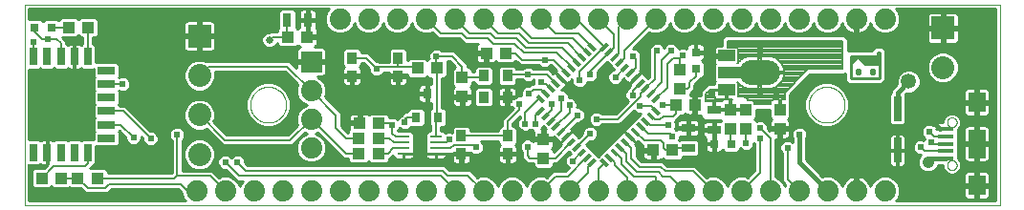
<source format=gtl>
G75*
%MOIN*%
%OFA0B0*%
%FSLAX25Y25*%
%IPPOS*%
%LPD*%
%AMOC8*
5,1,8,0,0,1.08239X$1,22.5*
%
%ADD10C,0.00000*%
%ADD11R,0.04331X0.03937*%
%ADD12R,0.03937X0.04331*%
%ADD13R,0.03150X0.03150*%
%ADD14R,0.04724X0.03150*%
%ADD15C,0.07400*%
%ADD16R,0.05906X0.03937*%
%ADD17R,0.07874X0.03937*%
%ADD18C,0.08661*%
%ADD19R,0.03150X0.01378*%
%ADD20R,0.08000X0.08000*%
%ADD21C,0.08000*%
%ADD22R,0.04200X0.01000*%
%ADD23R,0.07400X0.07400*%
%ADD24C,0.01000*%
%ADD25R,0.02559X0.08661*%
%ADD26R,0.02756X0.05906*%
%ADD27R,0.05906X0.02756*%
%ADD28R,0.05709X0.01575*%
%ADD29R,0.05906X0.07087*%
%ADD30R,0.05906X0.09843*%
%ADD31R,0.03150X0.03543*%
%ADD32R,0.03150X0.04724*%
%ADD33R,0.03543X0.03937*%
%ADD34C,0.00700*%
%ADD35C,0.01600*%
%ADD36C,0.02400*%
%ADD37C,0.00800*%
%ADD38C,0.02500*%
%ADD39C,0.05315*%
%ADD40C,0.04134*%
D10*
X0016926Y0012600D02*
X0016926Y0082600D01*
X0356926Y0082600D01*
X0356926Y0012600D01*
X0016926Y0012600D01*
X0095676Y0047600D02*
X0095678Y0047758D01*
X0095684Y0047915D01*
X0095694Y0048073D01*
X0095708Y0048230D01*
X0095726Y0048386D01*
X0095747Y0048543D01*
X0095773Y0048698D01*
X0095803Y0048853D01*
X0095836Y0049007D01*
X0095874Y0049160D01*
X0095915Y0049313D01*
X0095960Y0049464D01*
X0096009Y0049614D01*
X0096062Y0049762D01*
X0096118Y0049910D01*
X0096179Y0050055D01*
X0096242Y0050200D01*
X0096310Y0050342D01*
X0096381Y0050483D01*
X0096455Y0050622D01*
X0096533Y0050759D01*
X0096615Y0050894D01*
X0096699Y0051027D01*
X0096788Y0051158D01*
X0096879Y0051286D01*
X0096974Y0051413D01*
X0097071Y0051536D01*
X0097172Y0051658D01*
X0097276Y0051776D01*
X0097383Y0051892D01*
X0097493Y0052005D01*
X0097605Y0052116D01*
X0097721Y0052223D01*
X0097839Y0052328D01*
X0097959Y0052430D01*
X0098082Y0052528D01*
X0098208Y0052624D01*
X0098336Y0052716D01*
X0098466Y0052805D01*
X0098598Y0052891D01*
X0098733Y0052973D01*
X0098870Y0053052D01*
X0099008Y0053127D01*
X0099148Y0053199D01*
X0099291Y0053267D01*
X0099434Y0053332D01*
X0099580Y0053393D01*
X0099727Y0053450D01*
X0099875Y0053504D01*
X0100025Y0053554D01*
X0100175Y0053600D01*
X0100327Y0053642D01*
X0100480Y0053681D01*
X0100634Y0053715D01*
X0100789Y0053746D01*
X0100944Y0053772D01*
X0101100Y0053795D01*
X0101257Y0053814D01*
X0101414Y0053829D01*
X0101571Y0053840D01*
X0101729Y0053847D01*
X0101887Y0053850D01*
X0102044Y0053849D01*
X0102202Y0053844D01*
X0102359Y0053835D01*
X0102517Y0053822D01*
X0102673Y0053805D01*
X0102830Y0053784D01*
X0102985Y0053760D01*
X0103140Y0053731D01*
X0103295Y0053698D01*
X0103448Y0053662D01*
X0103601Y0053621D01*
X0103752Y0053577D01*
X0103902Y0053529D01*
X0104051Y0053478D01*
X0104199Y0053422D01*
X0104345Y0053363D01*
X0104490Y0053300D01*
X0104633Y0053233D01*
X0104774Y0053163D01*
X0104913Y0053090D01*
X0105051Y0053013D01*
X0105187Y0052932D01*
X0105320Y0052848D01*
X0105451Y0052761D01*
X0105580Y0052670D01*
X0105707Y0052576D01*
X0105832Y0052479D01*
X0105953Y0052379D01*
X0106073Y0052276D01*
X0106189Y0052170D01*
X0106303Y0052061D01*
X0106415Y0051949D01*
X0106523Y0051835D01*
X0106628Y0051717D01*
X0106731Y0051597D01*
X0106830Y0051475D01*
X0106926Y0051350D01*
X0107019Y0051222D01*
X0107109Y0051093D01*
X0107195Y0050961D01*
X0107279Y0050827D01*
X0107358Y0050691D01*
X0107435Y0050553D01*
X0107507Y0050413D01*
X0107576Y0050271D01*
X0107642Y0050128D01*
X0107704Y0049983D01*
X0107762Y0049836D01*
X0107817Y0049688D01*
X0107868Y0049539D01*
X0107915Y0049388D01*
X0107958Y0049237D01*
X0107997Y0049084D01*
X0108033Y0048930D01*
X0108064Y0048776D01*
X0108092Y0048621D01*
X0108116Y0048465D01*
X0108136Y0048308D01*
X0108152Y0048151D01*
X0108164Y0047994D01*
X0108172Y0047837D01*
X0108176Y0047679D01*
X0108176Y0047521D01*
X0108172Y0047363D01*
X0108164Y0047206D01*
X0108152Y0047049D01*
X0108136Y0046892D01*
X0108116Y0046735D01*
X0108092Y0046579D01*
X0108064Y0046424D01*
X0108033Y0046270D01*
X0107997Y0046116D01*
X0107958Y0045963D01*
X0107915Y0045812D01*
X0107868Y0045661D01*
X0107817Y0045512D01*
X0107762Y0045364D01*
X0107704Y0045217D01*
X0107642Y0045072D01*
X0107576Y0044929D01*
X0107507Y0044787D01*
X0107435Y0044647D01*
X0107358Y0044509D01*
X0107279Y0044373D01*
X0107195Y0044239D01*
X0107109Y0044107D01*
X0107019Y0043978D01*
X0106926Y0043850D01*
X0106830Y0043725D01*
X0106731Y0043603D01*
X0106628Y0043483D01*
X0106523Y0043365D01*
X0106415Y0043251D01*
X0106303Y0043139D01*
X0106189Y0043030D01*
X0106073Y0042924D01*
X0105953Y0042821D01*
X0105832Y0042721D01*
X0105707Y0042624D01*
X0105580Y0042530D01*
X0105451Y0042439D01*
X0105320Y0042352D01*
X0105187Y0042268D01*
X0105051Y0042187D01*
X0104913Y0042110D01*
X0104774Y0042037D01*
X0104633Y0041967D01*
X0104490Y0041900D01*
X0104345Y0041837D01*
X0104199Y0041778D01*
X0104051Y0041722D01*
X0103902Y0041671D01*
X0103752Y0041623D01*
X0103601Y0041579D01*
X0103448Y0041538D01*
X0103295Y0041502D01*
X0103140Y0041469D01*
X0102985Y0041440D01*
X0102830Y0041416D01*
X0102673Y0041395D01*
X0102517Y0041378D01*
X0102359Y0041365D01*
X0102202Y0041356D01*
X0102044Y0041351D01*
X0101887Y0041350D01*
X0101729Y0041353D01*
X0101571Y0041360D01*
X0101414Y0041371D01*
X0101257Y0041386D01*
X0101100Y0041405D01*
X0100944Y0041428D01*
X0100789Y0041454D01*
X0100634Y0041485D01*
X0100480Y0041519D01*
X0100327Y0041558D01*
X0100175Y0041600D01*
X0100025Y0041646D01*
X0099875Y0041696D01*
X0099727Y0041750D01*
X0099580Y0041807D01*
X0099434Y0041868D01*
X0099291Y0041933D01*
X0099148Y0042001D01*
X0099008Y0042073D01*
X0098870Y0042148D01*
X0098733Y0042227D01*
X0098598Y0042309D01*
X0098466Y0042395D01*
X0098336Y0042484D01*
X0098208Y0042576D01*
X0098082Y0042672D01*
X0097959Y0042770D01*
X0097839Y0042872D01*
X0097721Y0042977D01*
X0097605Y0043084D01*
X0097493Y0043195D01*
X0097383Y0043308D01*
X0097276Y0043424D01*
X0097172Y0043542D01*
X0097071Y0043664D01*
X0096974Y0043787D01*
X0096879Y0043914D01*
X0096788Y0044042D01*
X0096699Y0044173D01*
X0096615Y0044306D01*
X0096533Y0044441D01*
X0096455Y0044578D01*
X0096381Y0044717D01*
X0096310Y0044858D01*
X0096242Y0045000D01*
X0096179Y0045145D01*
X0096118Y0045290D01*
X0096062Y0045438D01*
X0096009Y0045586D01*
X0095960Y0045736D01*
X0095915Y0045887D01*
X0095874Y0046040D01*
X0095836Y0046193D01*
X0095803Y0046347D01*
X0095773Y0046502D01*
X0095747Y0046657D01*
X0095726Y0046814D01*
X0095708Y0046970D01*
X0095694Y0047127D01*
X0095684Y0047285D01*
X0095678Y0047442D01*
X0095676Y0047600D01*
X0290376Y0047600D02*
X0290378Y0047758D01*
X0290384Y0047915D01*
X0290394Y0048073D01*
X0290408Y0048230D01*
X0290426Y0048386D01*
X0290447Y0048543D01*
X0290473Y0048698D01*
X0290503Y0048853D01*
X0290536Y0049007D01*
X0290574Y0049160D01*
X0290615Y0049313D01*
X0290660Y0049464D01*
X0290709Y0049614D01*
X0290762Y0049762D01*
X0290818Y0049910D01*
X0290879Y0050055D01*
X0290942Y0050200D01*
X0291010Y0050342D01*
X0291081Y0050483D01*
X0291155Y0050622D01*
X0291233Y0050759D01*
X0291315Y0050894D01*
X0291399Y0051027D01*
X0291488Y0051158D01*
X0291579Y0051286D01*
X0291674Y0051413D01*
X0291771Y0051536D01*
X0291872Y0051658D01*
X0291976Y0051776D01*
X0292083Y0051892D01*
X0292193Y0052005D01*
X0292305Y0052116D01*
X0292421Y0052223D01*
X0292539Y0052328D01*
X0292659Y0052430D01*
X0292782Y0052528D01*
X0292908Y0052624D01*
X0293036Y0052716D01*
X0293166Y0052805D01*
X0293298Y0052891D01*
X0293433Y0052973D01*
X0293570Y0053052D01*
X0293708Y0053127D01*
X0293848Y0053199D01*
X0293991Y0053267D01*
X0294134Y0053332D01*
X0294280Y0053393D01*
X0294427Y0053450D01*
X0294575Y0053504D01*
X0294725Y0053554D01*
X0294875Y0053600D01*
X0295027Y0053642D01*
X0295180Y0053681D01*
X0295334Y0053715D01*
X0295489Y0053746D01*
X0295644Y0053772D01*
X0295800Y0053795D01*
X0295957Y0053814D01*
X0296114Y0053829D01*
X0296271Y0053840D01*
X0296429Y0053847D01*
X0296587Y0053850D01*
X0296744Y0053849D01*
X0296902Y0053844D01*
X0297059Y0053835D01*
X0297217Y0053822D01*
X0297373Y0053805D01*
X0297530Y0053784D01*
X0297685Y0053760D01*
X0297840Y0053731D01*
X0297995Y0053698D01*
X0298148Y0053662D01*
X0298301Y0053621D01*
X0298452Y0053577D01*
X0298602Y0053529D01*
X0298751Y0053478D01*
X0298899Y0053422D01*
X0299045Y0053363D01*
X0299190Y0053300D01*
X0299333Y0053233D01*
X0299474Y0053163D01*
X0299613Y0053090D01*
X0299751Y0053013D01*
X0299887Y0052932D01*
X0300020Y0052848D01*
X0300151Y0052761D01*
X0300280Y0052670D01*
X0300407Y0052576D01*
X0300532Y0052479D01*
X0300653Y0052379D01*
X0300773Y0052276D01*
X0300889Y0052170D01*
X0301003Y0052061D01*
X0301115Y0051949D01*
X0301223Y0051835D01*
X0301328Y0051717D01*
X0301431Y0051597D01*
X0301530Y0051475D01*
X0301626Y0051350D01*
X0301719Y0051222D01*
X0301809Y0051093D01*
X0301895Y0050961D01*
X0301979Y0050827D01*
X0302058Y0050691D01*
X0302135Y0050553D01*
X0302207Y0050413D01*
X0302276Y0050271D01*
X0302342Y0050128D01*
X0302404Y0049983D01*
X0302462Y0049836D01*
X0302517Y0049688D01*
X0302568Y0049539D01*
X0302615Y0049388D01*
X0302658Y0049237D01*
X0302697Y0049084D01*
X0302733Y0048930D01*
X0302764Y0048776D01*
X0302792Y0048621D01*
X0302816Y0048465D01*
X0302836Y0048308D01*
X0302852Y0048151D01*
X0302864Y0047994D01*
X0302872Y0047837D01*
X0302876Y0047679D01*
X0302876Y0047521D01*
X0302872Y0047363D01*
X0302864Y0047206D01*
X0302852Y0047049D01*
X0302836Y0046892D01*
X0302816Y0046735D01*
X0302792Y0046579D01*
X0302764Y0046424D01*
X0302733Y0046270D01*
X0302697Y0046116D01*
X0302658Y0045963D01*
X0302615Y0045812D01*
X0302568Y0045661D01*
X0302517Y0045512D01*
X0302462Y0045364D01*
X0302404Y0045217D01*
X0302342Y0045072D01*
X0302276Y0044929D01*
X0302207Y0044787D01*
X0302135Y0044647D01*
X0302058Y0044509D01*
X0301979Y0044373D01*
X0301895Y0044239D01*
X0301809Y0044107D01*
X0301719Y0043978D01*
X0301626Y0043850D01*
X0301530Y0043725D01*
X0301431Y0043603D01*
X0301328Y0043483D01*
X0301223Y0043365D01*
X0301115Y0043251D01*
X0301003Y0043139D01*
X0300889Y0043030D01*
X0300773Y0042924D01*
X0300653Y0042821D01*
X0300532Y0042721D01*
X0300407Y0042624D01*
X0300280Y0042530D01*
X0300151Y0042439D01*
X0300020Y0042352D01*
X0299887Y0042268D01*
X0299751Y0042187D01*
X0299613Y0042110D01*
X0299474Y0042037D01*
X0299333Y0041967D01*
X0299190Y0041900D01*
X0299045Y0041837D01*
X0298899Y0041778D01*
X0298751Y0041722D01*
X0298602Y0041671D01*
X0298452Y0041623D01*
X0298301Y0041579D01*
X0298148Y0041538D01*
X0297995Y0041502D01*
X0297840Y0041469D01*
X0297685Y0041440D01*
X0297530Y0041416D01*
X0297373Y0041395D01*
X0297217Y0041378D01*
X0297059Y0041365D01*
X0296902Y0041356D01*
X0296744Y0041351D01*
X0296587Y0041350D01*
X0296429Y0041353D01*
X0296271Y0041360D01*
X0296114Y0041371D01*
X0295957Y0041386D01*
X0295800Y0041405D01*
X0295644Y0041428D01*
X0295489Y0041454D01*
X0295334Y0041485D01*
X0295180Y0041519D01*
X0295027Y0041558D01*
X0294875Y0041600D01*
X0294725Y0041646D01*
X0294575Y0041696D01*
X0294427Y0041750D01*
X0294280Y0041807D01*
X0294134Y0041868D01*
X0293991Y0041933D01*
X0293848Y0042001D01*
X0293708Y0042073D01*
X0293570Y0042148D01*
X0293433Y0042227D01*
X0293298Y0042309D01*
X0293166Y0042395D01*
X0293036Y0042484D01*
X0292908Y0042576D01*
X0292782Y0042672D01*
X0292659Y0042770D01*
X0292539Y0042872D01*
X0292421Y0042977D01*
X0292305Y0043084D01*
X0292193Y0043195D01*
X0292083Y0043308D01*
X0291976Y0043424D01*
X0291872Y0043542D01*
X0291771Y0043664D01*
X0291674Y0043787D01*
X0291579Y0043914D01*
X0291488Y0044042D01*
X0291399Y0044173D01*
X0291315Y0044306D01*
X0291233Y0044441D01*
X0291155Y0044578D01*
X0291081Y0044717D01*
X0291010Y0044858D01*
X0290942Y0045000D01*
X0290879Y0045145D01*
X0290818Y0045290D01*
X0290762Y0045438D01*
X0290709Y0045586D01*
X0290660Y0045736D01*
X0290615Y0045887D01*
X0290574Y0046040D01*
X0290536Y0046193D01*
X0290503Y0046347D01*
X0290473Y0046502D01*
X0290447Y0046657D01*
X0290426Y0046814D01*
X0290408Y0046970D01*
X0290394Y0047127D01*
X0290384Y0047285D01*
X0290378Y0047442D01*
X0290376Y0047600D01*
X0338591Y0041480D02*
X0338593Y0041561D01*
X0338599Y0041643D01*
X0338609Y0041724D01*
X0338623Y0041804D01*
X0338640Y0041883D01*
X0338662Y0041962D01*
X0338687Y0042039D01*
X0338716Y0042116D01*
X0338749Y0042190D01*
X0338786Y0042263D01*
X0338825Y0042334D01*
X0338869Y0042403D01*
X0338915Y0042470D01*
X0338965Y0042534D01*
X0339018Y0042596D01*
X0339074Y0042656D01*
X0339132Y0042712D01*
X0339194Y0042766D01*
X0339258Y0042817D01*
X0339324Y0042864D01*
X0339392Y0042908D01*
X0339463Y0042949D01*
X0339535Y0042986D01*
X0339610Y0043020D01*
X0339685Y0043050D01*
X0339763Y0043076D01*
X0339841Y0043099D01*
X0339920Y0043117D01*
X0340000Y0043132D01*
X0340081Y0043143D01*
X0340162Y0043150D01*
X0340244Y0043153D01*
X0340325Y0043152D01*
X0340406Y0043147D01*
X0340487Y0043138D01*
X0340568Y0043125D01*
X0340648Y0043108D01*
X0340726Y0043088D01*
X0340804Y0043063D01*
X0340881Y0043035D01*
X0340956Y0043003D01*
X0341029Y0042968D01*
X0341100Y0042929D01*
X0341170Y0042886D01*
X0341237Y0042841D01*
X0341303Y0042792D01*
X0341365Y0042740D01*
X0341425Y0042684D01*
X0341482Y0042626D01*
X0341537Y0042566D01*
X0341588Y0042502D01*
X0341636Y0042437D01*
X0341681Y0042369D01*
X0341723Y0042299D01*
X0341761Y0042227D01*
X0341796Y0042153D01*
X0341827Y0042078D01*
X0341854Y0042001D01*
X0341877Y0041923D01*
X0341897Y0041844D01*
X0341913Y0041764D01*
X0341925Y0041683D01*
X0341933Y0041602D01*
X0341937Y0041521D01*
X0341937Y0041439D01*
X0341933Y0041358D01*
X0341925Y0041277D01*
X0341913Y0041196D01*
X0341897Y0041116D01*
X0341877Y0041037D01*
X0341854Y0040959D01*
X0341827Y0040882D01*
X0341796Y0040807D01*
X0341761Y0040733D01*
X0341723Y0040661D01*
X0341681Y0040591D01*
X0341636Y0040523D01*
X0341588Y0040458D01*
X0341537Y0040394D01*
X0341482Y0040334D01*
X0341425Y0040276D01*
X0341365Y0040220D01*
X0341303Y0040168D01*
X0341237Y0040119D01*
X0341170Y0040074D01*
X0341101Y0040031D01*
X0341029Y0039992D01*
X0340956Y0039957D01*
X0340881Y0039925D01*
X0340804Y0039897D01*
X0340726Y0039872D01*
X0340648Y0039852D01*
X0340568Y0039835D01*
X0340487Y0039822D01*
X0340406Y0039813D01*
X0340325Y0039808D01*
X0340244Y0039807D01*
X0340162Y0039810D01*
X0340081Y0039817D01*
X0340000Y0039828D01*
X0339920Y0039843D01*
X0339841Y0039861D01*
X0339763Y0039884D01*
X0339685Y0039910D01*
X0339610Y0039940D01*
X0339535Y0039974D01*
X0339463Y0040011D01*
X0339392Y0040052D01*
X0339324Y0040096D01*
X0339258Y0040143D01*
X0339194Y0040194D01*
X0339132Y0040248D01*
X0339074Y0040304D01*
X0339018Y0040364D01*
X0338965Y0040426D01*
X0338915Y0040490D01*
X0338869Y0040557D01*
X0338825Y0040626D01*
X0338786Y0040697D01*
X0338749Y0040770D01*
X0338716Y0040844D01*
X0338687Y0040921D01*
X0338662Y0040998D01*
X0338640Y0041077D01*
X0338623Y0041156D01*
X0338609Y0041236D01*
X0338599Y0041317D01*
X0338593Y0041399D01*
X0338591Y0041480D01*
X0338591Y0026520D02*
X0338593Y0026601D01*
X0338599Y0026683D01*
X0338609Y0026764D01*
X0338623Y0026844D01*
X0338640Y0026923D01*
X0338662Y0027002D01*
X0338687Y0027079D01*
X0338716Y0027156D01*
X0338749Y0027230D01*
X0338786Y0027303D01*
X0338825Y0027374D01*
X0338869Y0027443D01*
X0338915Y0027510D01*
X0338965Y0027574D01*
X0339018Y0027636D01*
X0339074Y0027696D01*
X0339132Y0027752D01*
X0339194Y0027806D01*
X0339258Y0027857D01*
X0339324Y0027904D01*
X0339392Y0027948D01*
X0339463Y0027989D01*
X0339535Y0028026D01*
X0339610Y0028060D01*
X0339685Y0028090D01*
X0339763Y0028116D01*
X0339841Y0028139D01*
X0339920Y0028157D01*
X0340000Y0028172D01*
X0340081Y0028183D01*
X0340162Y0028190D01*
X0340244Y0028193D01*
X0340325Y0028192D01*
X0340406Y0028187D01*
X0340487Y0028178D01*
X0340568Y0028165D01*
X0340648Y0028148D01*
X0340726Y0028128D01*
X0340804Y0028103D01*
X0340881Y0028075D01*
X0340956Y0028043D01*
X0341029Y0028008D01*
X0341100Y0027969D01*
X0341170Y0027926D01*
X0341237Y0027881D01*
X0341303Y0027832D01*
X0341365Y0027780D01*
X0341425Y0027724D01*
X0341482Y0027666D01*
X0341537Y0027606D01*
X0341588Y0027542D01*
X0341636Y0027477D01*
X0341681Y0027409D01*
X0341723Y0027339D01*
X0341761Y0027267D01*
X0341796Y0027193D01*
X0341827Y0027118D01*
X0341854Y0027041D01*
X0341877Y0026963D01*
X0341897Y0026884D01*
X0341913Y0026804D01*
X0341925Y0026723D01*
X0341933Y0026642D01*
X0341937Y0026561D01*
X0341937Y0026479D01*
X0341933Y0026398D01*
X0341925Y0026317D01*
X0341913Y0026236D01*
X0341897Y0026156D01*
X0341877Y0026077D01*
X0341854Y0025999D01*
X0341827Y0025922D01*
X0341796Y0025847D01*
X0341761Y0025773D01*
X0341723Y0025701D01*
X0341681Y0025631D01*
X0341636Y0025563D01*
X0341588Y0025498D01*
X0341537Y0025434D01*
X0341482Y0025374D01*
X0341425Y0025316D01*
X0341365Y0025260D01*
X0341303Y0025208D01*
X0341237Y0025159D01*
X0341170Y0025114D01*
X0341101Y0025071D01*
X0341029Y0025032D01*
X0340956Y0024997D01*
X0340881Y0024965D01*
X0340804Y0024937D01*
X0340726Y0024912D01*
X0340648Y0024892D01*
X0340568Y0024875D01*
X0340487Y0024862D01*
X0340406Y0024853D01*
X0340325Y0024848D01*
X0340244Y0024847D01*
X0340162Y0024850D01*
X0340081Y0024857D01*
X0340000Y0024868D01*
X0339920Y0024883D01*
X0339841Y0024901D01*
X0339763Y0024924D01*
X0339685Y0024950D01*
X0339610Y0024980D01*
X0339535Y0025014D01*
X0339463Y0025051D01*
X0339392Y0025092D01*
X0339324Y0025136D01*
X0339258Y0025183D01*
X0339194Y0025234D01*
X0339132Y0025288D01*
X0339074Y0025344D01*
X0339018Y0025404D01*
X0338965Y0025466D01*
X0338915Y0025530D01*
X0338869Y0025597D01*
X0338825Y0025666D01*
X0338786Y0025737D01*
X0338749Y0025810D01*
X0338716Y0025884D01*
X0338687Y0025961D01*
X0338662Y0026038D01*
X0338640Y0026117D01*
X0338623Y0026196D01*
X0338609Y0026276D01*
X0338599Y0026357D01*
X0338593Y0026439D01*
X0338591Y0026520D01*
D11*
X0250672Y0047400D03*
X0243979Y0047400D03*
X0242872Y0031800D03*
X0236179Y0031800D03*
X0160672Y0060400D03*
X0153979Y0060400D03*
X0177979Y0065600D03*
X0184672Y0065600D03*
X0115472Y0071200D03*
X0108779Y0071200D03*
X0039072Y0074600D03*
X0032379Y0074600D03*
X0133779Y0041200D03*
X0140472Y0041200D03*
X0140272Y0036000D03*
X0133579Y0036000D03*
X0133579Y0030600D03*
X0140272Y0030600D03*
X0042272Y0022000D03*
X0035579Y0022000D03*
X0029672Y0022000D03*
X0022979Y0022000D03*
D12*
X0169526Y0050454D03*
X0169526Y0057146D03*
X0197891Y0035630D03*
X0197891Y0028937D03*
X0263126Y0039254D03*
X0268526Y0039254D03*
X0280326Y0039254D03*
X0280326Y0045946D03*
X0268526Y0045946D03*
X0263126Y0045946D03*
X0245526Y0053054D03*
X0245526Y0059746D03*
D13*
X0250926Y0060047D03*
X0250926Y0065953D03*
X0257373Y0034000D03*
X0263278Y0034000D03*
X0026278Y0074600D03*
X0020373Y0074600D03*
D14*
X0248326Y0039543D03*
X0257326Y0038857D03*
X0248326Y0032457D03*
X0257326Y0045943D03*
D15*
X0256926Y0017600D03*
X0266926Y0017600D03*
X0276926Y0017600D03*
X0286926Y0017600D03*
X0296926Y0017600D03*
X0306926Y0017600D03*
X0316926Y0017600D03*
X0246926Y0017600D03*
X0236926Y0017600D03*
X0226926Y0017600D03*
X0216926Y0017600D03*
X0206926Y0017600D03*
X0196926Y0017600D03*
X0186926Y0017600D03*
X0176926Y0017600D03*
X0166926Y0017600D03*
X0156926Y0017600D03*
X0146926Y0017600D03*
X0136926Y0017600D03*
X0126926Y0017600D03*
X0116926Y0017600D03*
X0106926Y0017600D03*
X0096926Y0017600D03*
X0086926Y0017600D03*
X0076926Y0017600D03*
X0116926Y0032600D03*
X0116926Y0042600D03*
X0116926Y0052600D03*
X0126926Y0077600D03*
X0136926Y0077600D03*
X0146926Y0077600D03*
X0156926Y0077600D03*
X0166926Y0077600D03*
X0176926Y0077600D03*
X0186926Y0077600D03*
X0196926Y0077600D03*
X0206926Y0077600D03*
X0216926Y0077600D03*
X0226926Y0077600D03*
X0236926Y0077600D03*
X0246926Y0077600D03*
X0256926Y0077600D03*
X0266926Y0077600D03*
X0276926Y0077600D03*
X0286926Y0077600D03*
X0296926Y0077600D03*
X0306926Y0077600D03*
X0316926Y0077600D03*
D16*
X0261726Y0064702D03*
X0261726Y0052898D03*
D17*
X0262726Y0058800D03*
D18*
X0270273Y0058800D02*
X0270273Y0058800D01*
X0276179Y0058800D01*
X0276179Y0058800D01*
X0270273Y0058800D01*
D19*
G36*
X0238709Y0050314D02*
X0236483Y0048088D01*
X0235509Y0049062D01*
X0237735Y0051288D01*
X0238709Y0050314D01*
G37*
G36*
X0236899Y0052123D02*
X0234673Y0049897D01*
X0233699Y0050871D01*
X0235925Y0053097D01*
X0236899Y0052123D01*
G37*
G36*
X0235090Y0053933D02*
X0232864Y0051707D01*
X0231890Y0052681D01*
X0234116Y0054907D01*
X0235090Y0053933D01*
G37*
G36*
X0233280Y0055742D02*
X0231054Y0053516D01*
X0230080Y0054490D01*
X0232306Y0056716D01*
X0233280Y0055742D01*
G37*
G36*
X0231471Y0057552D02*
X0229245Y0055326D01*
X0228271Y0056300D01*
X0230497Y0058526D01*
X0231471Y0057552D01*
G37*
G36*
X0229661Y0059362D02*
X0227435Y0057136D01*
X0226461Y0058110D01*
X0228687Y0060336D01*
X0229661Y0059362D01*
G37*
G36*
X0224652Y0059919D02*
X0226878Y0062145D01*
X0227852Y0061171D01*
X0225626Y0058945D01*
X0224652Y0059919D01*
G37*
G36*
X0222842Y0061729D02*
X0225068Y0063955D01*
X0226042Y0062981D01*
X0223816Y0060755D01*
X0222842Y0061729D01*
G37*
G36*
X0221033Y0063538D02*
X0223259Y0065764D01*
X0224233Y0064790D01*
X0222007Y0062564D01*
X0221033Y0063538D01*
G37*
G36*
X0219223Y0065348D02*
X0221449Y0067574D01*
X0222423Y0066600D01*
X0220197Y0064374D01*
X0219223Y0065348D01*
G37*
G36*
X0212402Y0067574D02*
X0214628Y0065348D01*
X0213654Y0064374D01*
X0211428Y0066600D01*
X0212402Y0067574D01*
G37*
G36*
X0214212Y0069383D02*
X0216438Y0067157D01*
X0215464Y0066183D01*
X0213238Y0068409D01*
X0214212Y0069383D01*
G37*
G36*
X0217413Y0067157D02*
X0219639Y0069383D01*
X0220613Y0068409D01*
X0218387Y0066183D01*
X0217413Y0067157D01*
G37*
G36*
X0210593Y0065764D02*
X0212819Y0063538D01*
X0211845Y0062564D01*
X0209619Y0064790D01*
X0210593Y0065764D01*
G37*
G36*
X0208783Y0063955D02*
X0211009Y0061729D01*
X0210035Y0060755D01*
X0207809Y0062981D01*
X0208783Y0063955D01*
G37*
G36*
X0206974Y0062145D02*
X0209200Y0059919D01*
X0208226Y0058945D01*
X0206000Y0061171D01*
X0206974Y0062145D01*
G37*
G36*
X0205164Y0060336D02*
X0207390Y0058110D01*
X0206416Y0057136D01*
X0204190Y0059362D01*
X0205164Y0060336D01*
G37*
G36*
X0204607Y0055326D02*
X0202381Y0057552D01*
X0203355Y0058526D01*
X0205581Y0056300D01*
X0204607Y0055326D01*
G37*
G36*
X0202797Y0053516D02*
X0200571Y0055742D01*
X0201545Y0056716D01*
X0203771Y0054490D01*
X0202797Y0053516D01*
G37*
G36*
X0200987Y0051707D02*
X0198761Y0053933D01*
X0199735Y0054907D01*
X0201961Y0052681D01*
X0200987Y0051707D01*
G37*
G36*
X0199178Y0049897D02*
X0196952Y0052123D01*
X0197926Y0053097D01*
X0200152Y0050871D01*
X0199178Y0049897D01*
G37*
G36*
X0197368Y0048088D02*
X0195142Y0050314D01*
X0196116Y0051288D01*
X0198342Y0049062D01*
X0197368Y0048088D01*
G37*
G36*
X0195142Y0044886D02*
X0197368Y0047112D01*
X0198342Y0046138D01*
X0196116Y0043912D01*
X0195142Y0044886D01*
G37*
G36*
X0196952Y0043077D02*
X0199178Y0045303D01*
X0200152Y0044329D01*
X0197926Y0042103D01*
X0196952Y0043077D01*
G37*
G36*
X0198761Y0041267D02*
X0200987Y0043493D01*
X0201961Y0042519D01*
X0199735Y0040293D01*
X0198761Y0041267D01*
G37*
G36*
X0200571Y0039458D02*
X0202797Y0041684D01*
X0203771Y0040710D01*
X0201545Y0038484D01*
X0200571Y0039458D01*
G37*
G36*
X0202381Y0037648D02*
X0204607Y0039874D01*
X0205581Y0038900D01*
X0203355Y0036674D01*
X0202381Y0037648D01*
G37*
G36*
X0204190Y0035838D02*
X0206416Y0038064D01*
X0207390Y0037090D01*
X0205164Y0034864D01*
X0204190Y0035838D01*
G37*
G36*
X0209200Y0035281D02*
X0206974Y0033055D01*
X0206000Y0034029D01*
X0208226Y0036255D01*
X0209200Y0035281D01*
G37*
G36*
X0211009Y0033471D02*
X0208783Y0031245D01*
X0207809Y0032219D01*
X0210035Y0034445D01*
X0211009Y0033471D01*
G37*
G36*
X0212819Y0031662D02*
X0210593Y0029436D01*
X0209619Y0030410D01*
X0211845Y0032636D01*
X0212819Y0031662D01*
G37*
G36*
X0214628Y0029852D02*
X0212402Y0027626D01*
X0211428Y0028600D01*
X0213654Y0030826D01*
X0214628Y0029852D01*
G37*
G36*
X0216438Y0028043D02*
X0214212Y0025817D01*
X0213238Y0026791D01*
X0215464Y0029017D01*
X0216438Y0028043D01*
G37*
G36*
X0219639Y0025817D02*
X0217413Y0028043D01*
X0218387Y0029017D01*
X0220613Y0026791D01*
X0219639Y0025817D01*
G37*
G36*
X0221449Y0027626D02*
X0219223Y0029852D01*
X0220197Y0030826D01*
X0222423Y0028600D01*
X0221449Y0027626D01*
G37*
G36*
X0223259Y0029436D02*
X0221033Y0031662D01*
X0222007Y0032636D01*
X0224233Y0030410D01*
X0223259Y0029436D01*
G37*
G36*
X0225068Y0031245D02*
X0222842Y0033471D01*
X0223816Y0034445D01*
X0226042Y0032219D01*
X0225068Y0031245D01*
G37*
G36*
X0226878Y0033055D02*
X0224652Y0035281D01*
X0225626Y0036255D01*
X0227852Y0034029D01*
X0226878Y0033055D01*
G37*
G36*
X0228687Y0034864D02*
X0226461Y0037090D01*
X0227435Y0038064D01*
X0229661Y0035838D01*
X0228687Y0034864D01*
G37*
G36*
X0229245Y0039874D02*
X0231471Y0037648D01*
X0230497Y0036674D01*
X0228271Y0038900D01*
X0229245Y0039874D01*
G37*
G36*
X0231054Y0041684D02*
X0233280Y0039458D01*
X0232306Y0038484D01*
X0230080Y0040710D01*
X0231054Y0041684D01*
G37*
G36*
X0232864Y0043493D02*
X0235090Y0041267D01*
X0234116Y0040293D01*
X0231890Y0042519D01*
X0232864Y0043493D01*
G37*
G36*
X0234673Y0045303D02*
X0236899Y0043077D01*
X0235925Y0042103D01*
X0233699Y0044329D01*
X0234673Y0045303D01*
G37*
G36*
X0236483Y0047112D02*
X0238709Y0044886D01*
X0237735Y0043912D01*
X0235509Y0046138D01*
X0236483Y0047112D01*
G37*
D20*
X0337126Y0074400D03*
X0077926Y0071600D03*
D21*
X0077926Y0057820D03*
X0077926Y0044041D03*
X0077926Y0030261D03*
X0337126Y0060620D03*
D22*
X0160326Y0036400D03*
X0160326Y0034400D03*
X0160326Y0032400D03*
X0160326Y0030400D03*
X0149126Y0030400D03*
X0149126Y0032400D03*
X0149126Y0034400D03*
X0149126Y0036400D03*
D23*
X0116926Y0062600D03*
D24*
X0117426Y0062526D02*
X0127783Y0062526D01*
X0127783Y0063524D02*
X0122126Y0063524D01*
X0122126Y0063100D02*
X0122126Y0066497D01*
X0122023Y0066879D01*
X0121826Y0067221D01*
X0121547Y0067500D01*
X0121205Y0067698D01*
X0120823Y0067800D01*
X0118090Y0067800D01*
X0118216Y0067834D01*
X0118558Y0068031D01*
X0118838Y0068310D01*
X0119035Y0068653D01*
X0119137Y0069034D01*
X0119137Y0070716D01*
X0115956Y0070716D01*
X0115956Y0071684D01*
X0114988Y0071684D01*
X0114988Y0073338D01*
X0115381Y0073338D01*
X0115381Y0076913D01*
X0112594Y0076913D01*
X0112594Y0074640D01*
X0112629Y0074509D01*
X0112386Y0074369D01*
X0112126Y0074109D01*
X0111657Y0074577D01*
X0111657Y0080184D01*
X0110778Y0081062D01*
X0106386Y0081062D01*
X0105507Y0080184D01*
X0105507Y0074216D01*
X0105524Y0074200D01*
X0105114Y0073790D01*
X0105114Y0073100D01*
X0102539Y0073100D01*
X0102389Y0072950D01*
X0101779Y0072950D01*
X0100768Y0072531D01*
X0099994Y0071758D01*
X0099576Y0070747D01*
X0099576Y0069653D01*
X0099994Y0068642D01*
X0100768Y0067869D01*
X0101779Y0067450D01*
X0102873Y0067450D01*
X0103883Y0067869D01*
X0104657Y0068642D01*
X0104929Y0069300D01*
X0105114Y0069300D01*
X0105114Y0068610D01*
X0105992Y0067731D01*
X0111566Y0067731D01*
X0112126Y0068291D01*
X0112386Y0068031D01*
X0112728Y0067834D01*
X0112941Y0067777D01*
X0112647Y0067698D01*
X0112305Y0067500D01*
X0112025Y0067221D01*
X0111828Y0066879D01*
X0111726Y0066497D01*
X0111726Y0063100D01*
X0116426Y0063100D01*
X0116426Y0062100D01*
X0111726Y0062100D01*
X0111726Y0060416D01*
X0110376Y0061766D01*
X0109292Y0062850D01*
X0080339Y0062850D01*
X0080285Y0062796D01*
X0079020Y0063320D01*
X0076832Y0063320D01*
X0074810Y0062483D01*
X0073263Y0060936D01*
X0072426Y0058914D01*
X0072426Y0056726D01*
X0073263Y0054705D01*
X0074810Y0053158D01*
X0076832Y0052320D01*
X0079020Y0052320D01*
X0081041Y0053158D01*
X0082588Y0054705D01*
X0083426Y0056726D01*
X0083426Y0058914D01*
X0083328Y0059150D01*
X0107759Y0059150D01*
X0112179Y0054730D01*
X0111726Y0053634D01*
X0111726Y0051566D01*
X0112517Y0049654D01*
X0113980Y0048192D01*
X0115408Y0047600D01*
X0113980Y0047008D01*
X0112517Y0045546D01*
X0111726Y0043634D01*
X0111726Y0041566D01*
X0112179Y0040470D01*
X0108759Y0037050D01*
X0087533Y0037050D01*
X0082901Y0041681D01*
X0083426Y0042947D01*
X0083426Y0045135D01*
X0082588Y0047156D01*
X0081041Y0048704D01*
X0079020Y0049541D01*
X0076832Y0049541D01*
X0074810Y0048704D01*
X0073263Y0047156D01*
X0072426Y0045135D01*
X0072426Y0042947D01*
X0073263Y0040925D01*
X0074810Y0039378D01*
X0076832Y0038541D01*
X0079020Y0038541D01*
X0080285Y0039065D01*
X0086000Y0033350D01*
X0110292Y0033350D01*
X0111376Y0034434D01*
X0114796Y0037854D01*
X0115408Y0037600D01*
X0113980Y0037008D01*
X0112517Y0035546D01*
X0111726Y0033634D01*
X0111726Y0031566D01*
X0112517Y0029654D01*
X0113980Y0028192D01*
X0115891Y0027400D01*
X0117960Y0027400D01*
X0119871Y0028192D01*
X0121334Y0029654D01*
X0122126Y0031566D01*
X0122126Y0033634D01*
X0121334Y0035546D01*
X0119871Y0037008D01*
X0118443Y0037600D01*
X0119055Y0037854D01*
X0128159Y0028750D01*
X0129914Y0028750D01*
X0129914Y0028010D01*
X0130792Y0027131D01*
X0136366Y0027131D01*
X0136926Y0027691D01*
X0137485Y0027131D01*
X0143059Y0027131D01*
X0143937Y0028010D01*
X0143937Y0028750D01*
X0144492Y0028750D01*
X0145526Y0029784D01*
X0145526Y0029703D01*
X0145628Y0029321D01*
X0145825Y0028979D01*
X0146105Y0028700D01*
X0146447Y0028502D01*
X0146828Y0028400D01*
X0149126Y0028400D01*
X0151423Y0028400D01*
X0151805Y0028502D01*
X0152147Y0028700D01*
X0152426Y0028979D01*
X0152623Y0029321D01*
X0152726Y0029703D01*
X0152726Y0030400D01*
X0152726Y0031097D01*
X0152687Y0031240D01*
X0152726Y0031279D01*
X0152726Y0037521D01*
X0151847Y0038400D01*
X0146976Y0038400D01*
X0146976Y0038632D01*
X0147415Y0039071D01*
X0147597Y0039510D01*
X0147996Y0039111D01*
X0148989Y0038700D01*
X0150063Y0038700D01*
X0151055Y0039111D01*
X0151815Y0039871D01*
X0151865Y0039991D01*
X0155782Y0039991D01*
X0156660Y0040870D01*
X0156660Y0045656D01*
X0155782Y0046535D01*
X0151389Y0046535D01*
X0150511Y0045656D01*
X0150511Y0045050D01*
X0149559Y0045050D01*
X0148476Y0043966D01*
X0148341Y0043832D01*
X0147996Y0043689D01*
X0147237Y0042929D01*
X0147054Y0042490D01*
X0146655Y0042889D01*
X0145663Y0043300D01*
X0144589Y0043300D01*
X0144137Y0043113D01*
X0144137Y0043790D01*
X0143259Y0044668D01*
X0137685Y0044668D01*
X0137126Y0044109D01*
X0136866Y0044369D01*
X0136523Y0044566D01*
X0136142Y0044668D01*
X0134263Y0044668D01*
X0134263Y0041684D01*
X0133295Y0041684D01*
X0133295Y0040716D01*
X0130114Y0040716D01*
X0130114Y0039034D01*
X0130165Y0038841D01*
X0129914Y0038590D01*
X0129914Y0037850D01*
X0129692Y0037850D01*
X0127376Y0040166D01*
X0127376Y0044766D01*
X0121672Y0050470D01*
X0122126Y0051566D01*
X0122126Y0053634D01*
X0121334Y0055546D01*
X0119871Y0057008D01*
X0118926Y0057400D01*
X0120823Y0057400D01*
X0121205Y0057502D01*
X0121547Y0057700D01*
X0121826Y0057979D01*
X0122023Y0058321D01*
X0122126Y0058703D01*
X0122126Y0062100D01*
X0117426Y0062100D01*
X0117426Y0063100D01*
X0122126Y0063100D01*
X0122126Y0064523D02*
X0127783Y0064523D01*
X0127783Y0065521D02*
X0122126Y0065521D01*
X0122120Y0066520D02*
X0127783Y0066520D01*
X0127783Y0066539D02*
X0127783Y0061360D01*
X0128343Y0060800D01*
X0128083Y0060540D01*
X0127885Y0060198D01*
X0127783Y0059816D01*
X0127783Y0058036D01*
X0130669Y0058036D01*
X0130669Y0057265D01*
X0127783Y0057265D01*
X0127783Y0055484D01*
X0127885Y0055103D01*
X0128083Y0054761D01*
X0128362Y0054482D01*
X0128704Y0054284D01*
X0129086Y0054182D01*
X0130669Y0054182D01*
X0130669Y0057264D01*
X0131441Y0057264D01*
X0131441Y0057265D02*
X0131441Y0058036D01*
X0134326Y0058036D01*
X0134326Y0059816D01*
X0134224Y0060198D01*
X0134027Y0060540D01*
X0133767Y0060800D01*
X0134326Y0061360D01*
X0134326Y0062100D01*
X0135139Y0062100D01*
X0137026Y0060213D01*
X0137026Y0059663D01*
X0137437Y0058671D01*
X0138196Y0057911D01*
X0139189Y0057500D01*
X0140263Y0057500D01*
X0141255Y0057911D01*
X0142015Y0058671D01*
X0142130Y0058950D01*
X0143925Y0058950D01*
X0143925Y0058036D01*
X0146811Y0058036D01*
X0146811Y0057265D01*
X0146811Y0057264D02*
X0147582Y0057264D01*
X0147582Y0054182D01*
X0149166Y0054182D01*
X0149547Y0054284D01*
X0149889Y0054482D01*
X0150168Y0054761D01*
X0150366Y0055103D01*
X0150468Y0055484D01*
X0150468Y0057265D01*
X0147582Y0057265D01*
X0147582Y0058036D01*
X0150314Y0058036D01*
X0150314Y0057810D01*
X0151192Y0056931D01*
X0156766Y0056931D01*
X0157326Y0057491D01*
X0157885Y0056931D01*
X0158876Y0056931D01*
X0158876Y0054802D01*
X0157613Y0054802D01*
X0157613Y0051818D01*
X0157038Y0051818D01*
X0157038Y0051243D01*
X0157613Y0051243D01*
X0157613Y0048259D01*
X0158876Y0048259D01*
X0158876Y0046535D01*
X0158870Y0046535D01*
X0157991Y0045656D01*
X0157991Y0040870D01*
X0158476Y0040385D01*
X0158476Y0038400D01*
X0157604Y0038400D01*
X0156726Y0037521D01*
X0156726Y0031279D01*
X0156764Y0031240D01*
X0156726Y0031097D01*
X0156726Y0030400D01*
X0156726Y0029703D01*
X0156828Y0029321D01*
X0157025Y0028979D01*
X0157305Y0028700D01*
X0157647Y0028502D01*
X0158028Y0028400D01*
X0160326Y0028400D01*
X0162623Y0028400D01*
X0163005Y0028502D01*
X0163347Y0028700D01*
X0163626Y0028979D01*
X0163823Y0029321D01*
X0163926Y0029703D01*
X0163926Y0030400D01*
X0163926Y0030550D01*
X0166292Y0030550D01*
X0166578Y0030836D01*
X0168869Y0030836D01*
X0168869Y0030065D01*
X0165983Y0030065D01*
X0165983Y0028284D01*
X0166085Y0027903D01*
X0166283Y0027561D01*
X0166562Y0027282D01*
X0166904Y0027084D01*
X0167286Y0026982D01*
X0168869Y0026982D01*
X0168869Y0030064D01*
X0169641Y0030064D01*
X0169641Y0030065D02*
X0169641Y0030836D01*
X0172471Y0030836D01*
X0172796Y0030511D01*
X0173789Y0030100D01*
X0174863Y0030100D01*
X0175855Y0030511D01*
X0176615Y0031271D01*
X0177026Y0032263D01*
X0177026Y0033337D01*
X0176615Y0034329D01*
X0176094Y0034850D01*
X0182125Y0034850D01*
X0182125Y0034160D01*
X0182685Y0033600D01*
X0182425Y0033340D01*
X0182227Y0032998D01*
X0182125Y0032616D01*
X0182125Y0030836D01*
X0185011Y0030836D01*
X0185011Y0030065D01*
X0185011Y0030064D02*
X0185782Y0030064D01*
X0185782Y0026982D01*
X0187366Y0026982D01*
X0187747Y0027084D01*
X0188089Y0027282D01*
X0188368Y0027561D01*
X0188566Y0027903D01*
X0188668Y0028284D01*
X0188668Y0030065D01*
X0185782Y0030065D01*
X0185782Y0030836D01*
X0188668Y0030836D01*
X0188668Y0032616D01*
X0188566Y0032998D01*
X0188368Y0033340D01*
X0188108Y0033600D01*
X0188668Y0034160D01*
X0188668Y0039339D01*
X0187789Y0040218D01*
X0187246Y0040218D01*
X0187246Y0041105D01*
X0189676Y0043534D01*
X0189676Y0042968D01*
X0189237Y0042529D01*
X0188826Y0041537D01*
X0188826Y0040463D01*
X0189237Y0039471D01*
X0189996Y0038711D01*
X0190989Y0038300D01*
X0192063Y0038300D01*
X0193055Y0038711D01*
X0193326Y0038982D01*
X0193596Y0038711D01*
X0194513Y0038331D01*
X0194423Y0037993D01*
X0194423Y0036114D01*
X0197407Y0036114D01*
X0197407Y0039295D01*
X0197239Y0039295D01*
X0197415Y0039471D01*
X0197714Y0040193D01*
X0198611Y0039295D01*
X0198375Y0039295D01*
X0198375Y0036114D01*
X0197407Y0036114D01*
X0197407Y0035146D01*
X0194423Y0035146D01*
X0194423Y0034721D01*
X0193855Y0035289D01*
X0192863Y0035700D01*
X0191789Y0035700D01*
X0190796Y0035289D01*
X0190037Y0034529D01*
X0189626Y0033537D01*
X0189626Y0032463D01*
X0190037Y0031471D01*
X0190476Y0031032D01*
X0190476Y0029034D01*
X0191559Y0027950D01*
X0192359Y0027150D01*
X0194423Y0027150D01*
X0194423Y0026150D01*
X0195301Y0025272D01*
X0200481Y0025272D01*
X0201360Y0026150D01*
X0201360Y0027150D01*
X0202692Y0027150D01*
X0203776Y0028234D01*
X0206724Y0031182D01*
X0207318Y0030588D01*
X0206596Y0030289D01*
X0205837Y0029529D01*
X0205426Y0028537D01*
X0205426Y0027463D01*
X0205837Y0026471D01*
X0206596Y0025711D01*
X0206755Y0025645D01*
X0205559Y0024450D01*
X0201159Y0024450D01*
X0199055Y0022346D01*
X0197960Y0022800D01*
X0195891Y0022800D01*
X0193980Y0022008D01*
X0192517Y0020546D01*
X0191926Y0019117D01*
X0191334Y0020546D01*
X0189871Y0022008D01*
X0187960Y0022800D01*
X0185891Y0022800D01*
X0183980Y0022008D01*
X0182517Y0020546D01*
X0181926Y0019117D01*
X0181334Y0020546D01*
X0179871Y0022008D01*
X0177960Y0022800D01*
X0175891Y0022800D01*
X0174796Y0022346D01*
X0173376Y0023766D01*
X0172292Y0024850D01*
X0165092Y0024850D01*
X0164576Y0025366D01*
X0163492Y0026450D01*
X0094892Y0026450D01*
X0093826Y0027516D01*
X0093826Y0028137D01*
X0093415Y0029129D01*
X0092655Y0029889D01*
X0091663Y0030300D01*
X0090589Y0030300D01*
X0089596Y0029889D01*
X0089026Y0029318D01*
X0088455Y0029889D01*
X0087463Y0030300D01*
X0086389Y0030300D01*
X0085396Y0029889D01*
X0084637Y0029129D01*
X0084226Y0028137D01*
X0084226Y0027063D01*
X0084637Y0026071D01*
X0085396Y0025311D01*
X0086389Y0024900D01*
X0087009Y0024900D01*
X0090959Y0020950D01*
X0092932Y0020950D01*
X0092478Y0020325D01*
X0092107Y0019596D01*
X0091940Y0019083D01*
X0091334Y0020546D01*
X0089871Y0022008D01*
X0087960Y0022800D01*
X0085891Y0022800D01*
X0084796Y0022346D01*
X0083576Y0023566D01*
X0082492Y0024650D01*
X0071976Y0024650D01*
X0071976Y0035232D01*
X0072415Y0035671D01*
X0072826Y0036663D01*
X0072826Y0037737D01*
X0072415Y0038729D01*
X0071655Y0039489D01*
X0070663Y0039900D01*
X0069589Y0039900D01*
X0068596Y0039489D01*
X0067837Y0038729D01*
X0067426Y0037737D01*
X0067426Y0036663D01*
X0067837Y0035671D01*
X0068276Y0035232D01*
X0068276Y0023900D01*
X0045937Y0023900D01*
X0045937Y0024590D01*
X0045059Y0025468D01*
X0039881Y0025468D01*
X0040944Y0026531D01*
X0041045Y0026531D01*
X0041923Y0027410D01*
X0041923Y0033072D01*
X0041967Y0033028D01*
X0049115Y0033028D01*
X0049994Y0033906D01*
X0049994Y0037905D01*
X0049631Y0038268D01*
X0049936Y0038573D01*
X0052226Y0036284D01*
X0052226Y0035663D01*
X0052637Y0034671D01*
X0053396Y0033911D01*
X0054389Y0033500D01*
X0055463Y0033500D01*
X0056455Y0033911D01*
X0057215Y0034671D01*
X0057626Y0035663D01*
X0057626Y0036484D01*
X0058226Y0035884D01*
X0058226Y0035263D01*
X0058637Y0034271D01*
X0059396Y0033511D01*
X0060389Y0033100D01*
X0061463Y0033100D01*
X0062455Y0033511D01*
X0063215Y0034271D01*
X0063626Y0035263D01*
X0063626Y0036337D01*
X0063215Y0037329D01*
X0062455Y0038089D01*
X0061463Y0038500D01*
X0060842Y0038500D01*
X0052138Y0047204D01*
X0049994Y0047204D01*
X0049994Y0047354D01*
X0049631Y0047717D01*
X0049994Y0048079D01*
X0049994Y0052078D01*
X0049631Y0052441D01*
X0049670Y0052480D01*
X0050589Y0052100D01*
X0051663Y0052100D01*
X0052655Y0052511D01*
X0053415Y0053271D01*
X0053826Y0054263D01*
X0053826Y0055337D01*
X0053415Y0056329D01*
X0052655Y0057089D01*
X0051663Y0057500D01*
X0050589Y0057500D01*
X0049675Y0057122D01*
X0049631Y0057165D01*
X0049994Y0057528D01*
X0049994Y0061527D01*
X0073854Y0061527D01*
X0073094Y0060529D02*
X0049994Y0060529D01*
X0049994Y0061527D02*
X0049115Y0062405D01*
X0041967Y0062405D01*
X0041923Y0062361D01*
X0041923Y0068023D01*
X0041045Y0068902D01*
X0040895Y0068902D01*
X0040895Y0071131D01*
X0041859Y0071131D01*
X0042737Y0072010D01*
X0042737Y0077190D01*
X0041859Y0078068D01*
X0036285Y0078068D01*
X0035726Y0077509D01*
X0035166Y0078068D01*
X0029592Y0078068D01*
X0028837Y0077313D01*
X0028474Y0077675D01*
X0024082Y0077675D01*
X0023326Y0076918D01*
X0022569Y0077675D01*
X0018426Y0077675D01*
X0018426Y0081100D01*
X0123072Y0081100D01*
X0122517Y0080546D01*
X0121726Y0078634D01*
X0121726Y0076566D01*
X0122517Y0074654D01*
X0123980Y0073192D01*
X0125891Y0072400D01*
X0127960Y0072400D01*
X0129871Y0073192D01*
X0131334Y0074654D01*
X0131926Y0076083D01*
X0132517Y0074654D01*
X0133980Y0073192D01*
X0135891Y0072400D01*
X0137960Y0072400D01*
X0139871Y0073192D01*
X0141334Y0074654D01*
X0141926Y0076083D01*
X0142517Y0074654D01*
X0143980Y0073192D01*
X0145891Y0072400D01*
X0147960Y0072400D01*
X0149871Y0073192D01*
X0151334Y0074654D01*
X0151926Y0076083D01*
X0152517Y0074654D01*
X0153980Y0073192D01*
X0155891Y0072400D01*
X0157960Y0072400D01*
X0159055Y0072854D01*
X0161159Y0070750D01*
X0168559Y0070750D01*
X0170359Y0068950D01*
X0175207Y0068950D01*
X0174893Y0068769D01*
X0174613Y0068490D01*
X0174416Y0068147D01*
X0174314Y0067766D01*
X0174314Y0066084D01*
X0177495Y0066084D01*
X0177495Y0065116D01*
X0174314Y0065116D01*
X0174314Y0063434D01*
X0174416Y0063053D01*
X0174613Y0062710D01*
X0174893Y0062431D01*
X0175235Y0062234D01*
X0175616Y0062131D01*
X0177495Y0062131D01*
X0177495Y0065116D01*
X0178463Y0065116D01*
X0178463Y0062131D01*
X0180342Y0062131D01*
X0180723Y0062234D01*
X0181066Y0062431D01*
X0181326Y0062691D01*
X0181885Y0062131D01*
X0187459Y0062131D01*
X0188218Y0062891D01*
X0188676Y0062434D01*
X0189759Y0061350D01*
X0196357Y0061350D01*
X0196796Y0060911D01*
X0197789Y0060500D01*
X0198863Y0060500D01*
X0199855Y0060911D01*
X0200294Y0061350D01*
X0200559Y0061350D01*
X0202308Y0059602D01*
X0201806Y0059100D01*
X0201224Y0058518D01*
X0199692Y0060050D01*
X0194494Y0060050D01*
X0194055Y0060489D01*
X0193063Y0060900D01*
X0191989Y0060900D01*
X0190996Y0060489D01*
X0190557Y0060050D01*
X0188531Y0060050D01*
X0188531Y0060330D01*
X0187652Y0061209D01*
X0182866Y0061209D01*
X0181988Y0060330D01*
X0181988Y0055150D01*
X0182866Y0054272D01*
X0187652Y0054272D01*
X0188531Y0055150D01*
X0188531Y0056350D01*
X0190557Y0056350D01*
X0190996Y0055911D01*
X0191989Y0055500D01*
X0193063Y0055500D01*
X0194055Y0055911D01*
X0194494Y0056350D01*
X0194514Y0056350D01*
X0194426Y0056137D01*
X0194426Y0055063D01*
X0194514Y0054850D01*
X0193559Y0054850D01*
X0192809Y0054100D01*
X0192189Y0054100D01*
X0191196Y0053689D01*
X0190437Y0052929D01*
X0190026Y0051937D01*
X0190026Y0050863D01*
X0190099Y0050685D01*
X0190063Y0050700D01*
X0188989Y0050700D01*
X0187996Y0050289D01*
X0187581Y0049874D01*
X0185645Y0049874D01*
X0185645Y0046791D01*
X0187104Y0046791D01*
X0187237Y0046471D01*
X0187308Y0046399D01*
X0183546Y0042637D01*
X0183546Y0040218D01*
X0183003Y0040218D01*
X0182125Y0039339D01*
X0182125Y0038650D01*
X0172526Y0038650D01*
X0172526Y0039339D01*
X0171648Y0040218D01*
X0166862Y0040218D01*
X0165983Y0039339D01*
X0165983Y0037967D01*
X0165663Y0038100D01*
X0164589Y0038100D01*
X0163711Y0037736D01*
X0163047Y0038400D01*
X0162176Y0038400D01*
X0162176Y0039991D01*
X0163262Y0039991D01*
X0164141Y0040870D01*
X0164141Y0045656D01*
X0163262Y0046535D01*
X0162576Y0046535D01*
X0162576Y0056931D01*
X0163459Y0056931D01*
X0164337Y0057810D01*
X0164337Y0062750D01*
X0165159Y0062750D01*
X0167098Y0060812D01*
X0166936Y0060812D01*
X0166057Y0059933D01*
X0166057Y0054360D01*
X0166617Y0053800D01*
X0166357Y0053540D01*
X0166159Y0053198D01*
X0166057Y0052816D01*
X0166057Y0050938D01*
X0169041Y0050938D01*
X0169041Y0049969D01*
X0166057Y0049969D01*
X0166057Y0048091D01*
X0166159Y0047709D01*
X0166357Y0047367D01*
X0166636Y0047088D01*
X0166978Y0046890D01*
X0167360Y0046788D01*
X0169041Y0046788D01*
X0169041Y0049969D01*
X0170010Y0049969D01*
X0170010Y0046788D01*
X0171692Y0046788D01*
X0172073Y0046890D01*
X0172415Y0047088D01*
X0172694Y0047367D01*
X0172892Y0047709D01*
X0172994Y0048091D01*
X0172994Y0049969D01*
X0170010Y0049969D01*
X0170010Y0050938D01*
X0172994Y0050938D01*
X0172994Y0052816D01*
X0172892Y0053198D01*
X0172694Y0053540D01*
X0172434Y0053800D01*
X0172994Y0054360D01*
X0172994Y0055350D01*
X0173720Y0055350D01*
X0173720Y0055150D01*
X0174599Y0054272D01*
X0179385Y0054272D01*
X0180263Y0055150D01*
X0180263Y0060330D01*
X0179385Y0061209D01*
X0174599Y0061209D01*
X0173720Y0060330D01*
X0173720Y0059050D01*
X0172994Y0059050D01*
X0172994Y0059933D01*
X0172115Y0060812D01*
X0171376Y0060812D01*
X0171376Y0061766D01*
X0170292Y0062850D01*
X0166692Y0066450D01*
X0162528Y0066450D01*
X0162089Y0066889D01*
X0161097Y0067300D01*
X0160023Y0067300D01*
X0159030Y0066889D01*
X0158271Y0066129D01*
X0157860Y0065137D01*
X0157860Y0064063D01*
X0157940Y0063868D01*
X0157885Y0063868D01*
X0157326Y0063309D01*
X0156766Y0063868D01*
X0151192Y0063868D01*
X0150468Y0063144D01*
X0150468Y0066539D01*
X0149589Y0067418D01*
X0144803Y0067418D01*
X0143925Y0066539D01*
X0143925Y0062650D01*
X0140866Y0062650D01*
X0140263Y0062900D01*
X0139713Y0062900D01*
X0137826Y0064787D01*
X0136713Y0065900D01*
X0134326Y0065900D01*
X0134326Y0066539D01*
X0133448Y0067418D01*
X0128662Y0067418D01*
X0127783Y0066539D01*
X0121516Y0067518D02*
X0174314Y0067518D01*
X0174314Y0066520D02*
X0162458Y0066520D01*
X0158661Y0066520D02*
X0150468Y0066520D01*
X0150468Y0065521D02*
X0158019Y0065521D01*
X0157860Y0064523D02*
X0150468Y0064523D01*
X0150468Y0063524D02*
X0150848Y0063524D01*
X0157110Y0063524D02*
X0157541Y0063524D01*
X0164337Y0062526D02*
X0165384Y0062526D01*
X0166382Y0061527D02*
X0164337Y0061527D01*
X0164337Y0060529D02*
X0166652Y0060529D01*
X0166057Y0059530D02*
X0164337Y0059530D01*
X0164337Y0058532D02*
X0166057Y0058532D01*
X0166057Y0057533D02*
X0164060Y0057533D01*
X0162576Y0056534D02*
X0166057Y0056534D01*
X0166057Y0055536D02*
X0162576Y0055536D01*
X0162576Y0054537D02*
X0166057Y0054537D01*
X0166356Y0053539D02*
X0162576Y0053539D01*
X0162576Y0052540D02*
X0166057Y0052540D01*
X0166057Y0051542D02*
X0162576Y0051542D01*
X0162576Y0050543D02*
X0169041Y0050543D01*
X0170010Y0050543D02*
X0173720Y0050543D01*
X0173720Y0049545D02*
X0172994Y0049545D01*
X0172994Y0048546D02*
X0173720Y0048546D01*
X0173720Y0047670D02*
X0174599Y0046791D01*
X0179385Y0046791D01*
X0180263Y0047670D01*
X0180263Y0052850D01*
X0179385Y0053728D01*
X0174599Y0053728D01*
X0173720Y0052850D01*
X0173720Y0047670D01*
X0173842Y0047548D02*
X0172799Y0047548D01*
X0170010Y0047548D02*
X0169041Y0047548D01*
X0169041Y0048546D02*
X0170010Y0048546D01*
X0170010Y0049545D02*
X0169041Y0049545D01*
X0166057Y0049545D02*
X0162576Y0049545D01*
X0162576Y0048546D02*
X0166057Y0048546D01*
X0166252Y0047548D02*
X0162576Y0047548D01*
X0162576Y0046549D02*
X0187204Y0046549D01*
X0186460Y0045551D02*
X0164141Y0045551D01*
X0164141Y0044552D02*
X0185462Y0044552D01*
X0184463Y0043554D02*
X0164141Y0043554D01*
X0164141Y0042555D02*
X0183546Y0042555D01*
X0183546Y0041557D02*
X0164141Y0041557D01*
X0163829Y0040558D02*
X0183546Y0040558D01*
X0182345Y0039560D02*
X0172306Y0039560D01*
X0166203Y0039560D02*
X0162176Y0039560D01*
X0162176Y0038561D02*
X0165983Y0038561D01*
X0158476Y0038561D02*
X0146976Y0038561D01*
X0151504Y0039560D02*
X0158476Y0039560D01*
X0158303Y0040558D02*
X0156349Y0040558D01*
X0156660Y0041557D02*
X0157991Y0041557D01*
X0157991Y0042555D02*
X0156660Y0042555D01*
X0156660Y0043554D02*
X0157991Y0043554D01*
X0157991Y0044552D02*
X0156660Y0044552D01*
X0156660Y0045551D02*
X0157991Y0045551D01*
X0158876Y0046549D02*
X0125592Y0046549D01*
X0124594Y0047548D02*
X0158876Y0047548D01*
X0157613Y0048546D02*
X0157038Y0048546D01*
X0157038Y0048259D02*
X0157038Y0051243D01*
X0154251Y0051243D01*
X0154251Y0049562D01*
X0154353Y0049180D01*
X0154550Y0048838D01*
X0154830Y0048559D01*
X0155172Y0048361D01*
X0155553Y0048259D01*
X0157038Y0048259D01*
X0157038Y0049545D02*
X0157613Y0049545D01*
X0157613Y0050543D02*
X0157038Y0050543D01*
X0157038Y0051542D02*
X0122116Y0051542D01*
X0122126Y0052540D02*
X0154251Y0052540D01*
X0154251Y0051818D02*
X0154251Y0053500D01*
X0154353Y0053881D01*
X0154550Y0054223D01*
X0154830Y0054503D01*
X0155172Y0054700D01*
X0155553Y0054802D01*
X0157038Y0054802D01*
X0157038Y0051818D01*
X0154251Y0051818D01*
X0154251Y0050543D02*
X0121702Y0050543D01*
X0122597Y0049545D02*
X0154255Y0049545D01*
X0154851Y0048546D02*
X0123595Y0048546D01*
X0126591Y0045551D02*
X0150511Y0045551D01*
X0149062Y0044552D02*
X0143375Y0044552D01*
X0144137Y0043554D02*
X0147861Y0043554D01*
X0148476Y0043966D02*
X0148476Y0043966D01*
X0147082Y0042555D02*
X0146989Y0042555D01*
X0137569Y0044552D02*
X0136548Y0044552D01*
X0134263Y0044552D02*
X0133295Y0044552D01*
X0133295Y0044668D02*
X0131416Y0044668D01*
X0131035Y0044566D01*
X0130693Y0044369D01*
X0130413Y0044090D01*
X0130216Y0043747D01*
X0130114Y0043366D01*
X0130114Y0041684D01*
X0133295Y0041684D01*
X0133295Y0044668D01*
X0133295Y0043554D02*
X0134263Y0043554D01*
X0134263Y0042555D02*
X0133295Y0042555D01*
X0133295Y0041557D02*
X0127376Y0041557D01*
X0127376Y0042555D02*
X0130114Y0042555D01*
X0130164Y0043554D02*
X0127376Y0043554D01*
X0127376Y0044552D02*
X0131011Y0044552D01*
X0130114Y0040558D02*
X0127376Y0040558D01*
X0127982Y0039560D02*
X0130114Y0039560D01*
X0129914Y0038561D02*
X0128981Y0038561D01*
X0120345Y0036564D02*
X0120315Y0036564D01*
X0119347Y0037563D02*
X0118533Y0037563D01*
X0115319Y0037563D02*
X0114505Y0037563D01*
X0113536Y0036564D02*
X0113506Y0036564D01*
X0112537Y0035566D02*
X0112508Y0035566D01*
X0112112Y0034567D02*
X0111509Y0034567D01*
X0111726Y0033569D02*
X0110511Y0033569D01*
X0111726Y0032570D02*
X0082922Y0032570D01*
X0082588Y0033377D02*
X0083426Y0031355D01*
X0083426Y0029167D01*
X0082588Y0027146D01*
X0081041Y0025599D01*
X0079020Y0024761D01*
X0076832Y0024761D01*
X0074810Y0025599D01*
X0073263Y0027146D01*
X0072426Y0029167D01*
X0072426Y0031355D01*
X0073263Y0033377D01*
X0074810Y0034924D01*
X0076832Y0035761D01*
X0079020Y0035761D01*
X0081041Y0034924D01*
X0082588Y0033377D01*
X0082396Y0033569D02*
X0085781Y0033569D01*
X0084783Y0034567D02*
X0081398Y0034567D01*
X0079492Y0035566D02*
X0083784Y0035566D01*
X0082786Y0036564D02*
X0072785Y0036564D01*
X0072826Y0037563D02*
X0081787Y0037563D01*
X0080789Y0038561D02*
X0079069Y0038561D01*
X0076782Y0038561D02*
X0072484Y0038561D01*
X0071484Y0039560D02*
X0074629Y0039560D01*
X0073630Y0040558D02*
X0058784Y0040558D01*
X0059782Y0039560D02*
X0068767Y0039560D01*
X0067767Y0038561D02*
X0060781Y0038561D01*
X0062981Y0037563D02*
X0067426Y0037563D01*
X0067466Y0036564D02*
X0063531Y0036564D01*
X0063626Y0035566D02*
X0067941Y0035566D01*
X0068276Y0034567D02*
X0063337Y0034567D01*
X0062513Y0033569D02*
X0068276Y0033569D01*
X0068276Y0032570D02*
X0041923Y0032570D01*
X0041923Y0031572D02*
X0068276Y0031572D01*
X0068276Y0030573D02*
X0041923Y0030573D01*
X0041923Y0029575D02*
X0068276Y0029575D01*
X0068276Y0028576D02*
X0041923Y0028576D01*
X0041923Y0027578D02*
X0068276Y0027578D01*
X0068276Y0026579D02*
X0041092Y0026579D01*
X0039993Y0025581D02*
X0068276Y0025581D01*
X0068276Y0024582D02*
X0045937Y0024582D01*
X0047313Y0018100D02*
X0070539Y0018100D01*
X0071726Y0016913D01*
X0071726Y0016566D01*
X0072517Y0014654D01*
X0073072Y0014100D01*
X0018426Y0014100D01*
X0018426Y0026531D01*
X0022147Y0026531D01*
X0022510Y0026894D01*
X0022573Y0026831D01*
X0022915Y0026634D01*
X0023297Y0026531D01*
X0024683Y0026531D01*
X0024683Y0030795D01*
X0025061Y0030795D01*
X0025061Y0026769D01*
X0023761Y0025468D01*
X0020192Y0025468D01*
X0019314Y0024590D01*
X0019314Y0019410D01*
X0020192Y0018531D01*
X0025766Y0018531D01*
X0026326Y0019091D01*
X0026885Y0018531D01*
X0032459Y0018531D01*
X0032626Y0018698D01*
X0032792Y0018531D01*
X0036361Y0018531D01*
X0038192Y0016700D01*
X0045913Y0016700D01*
X0047026Y0017813D01*
X0047313Y0018100D01*
X0046805Y0017593D02*
X0071046Y0017593D01*
X0071726Y0016594D02*
X0018426Y0016594D01*
X0018426Y0015596D02*
X0072127Y0015596D01*
X0072575Y0014597D02*
X0018426Y0014597D01*
X0018426Y0017593D02*
X0037300Y0017593D01*
X0032733Y0018591D02*
X0032518Y0018591D01*
X0026826Y0018591D02*
X0025825Y0018591D01*
X0020133Y0018591D02*
X0018426Y0018591D01*
X0018426Y0019590D02*
X0019314Y0019590D01*
X0019314Y0020588D02*
X0018426Y0020588D01*
X0018426Y0021587D02*
X0019314Y0021587D01*
X0019314Y0022585D02*
X0018426Y0022585D01*
X0018426Y0023584D02*
X0019314Y0023584D01*
X0019314Y0024582D02*
X0018426Y0024582D01*
X0018426Y0025581D02*
X0023873Y0025581D01*
X0023119Y0026579D02*
X0022195Y0026579D01*
X0024683Y0026579D02*
X0024871Y0026579D01*
X0024683Y0027578D02*
X0025061Y0027578D01*
X0025061Y0028576D02*
X0024683Y0028576D01*
X0024683Y0029575D02*
X0025061Y0029575D01*
X0025061Y0030573D02*
X0024683Y0030573D01*
X0024683Y0031173D02*
X0024683Y0035437D01*
X0023297Y0035437D01*
X0022915Y0035335D01*
X0022573Y0035137D01*
X0022510Y0035074D01*
X0022147Y0035437D01*
X0018426Y0035437D01*
X0018426Y0059996D01*
X0022147Y0059996D01*
X0022510Y0060359D01*
X0022873Y0059996D01*
X0026871Y0059996D01*
X0027234Y0060359D01*
X0027597Y0059996D01*
X0031596Y0059996D01*
X0031959Y0060359D01*
X0032022Y0060296D01*
X0032364Y0060098D01*
X0032745Y0059996D01*
X0034132Y0059996D01*
X0034132Y0064260D01*
X0034510Y0064260D01*
X0034510Y0059996D01*
X0035896Y0059996D01*
X0036278Y0060098D01*
X0036620Y0060296D01*
X0036683Y0060359D01*
X0037046Y0059996D01*
X0041045Y0059996D01*
X0041089Y0060040D01*
X0041089Y0057528D01*
X0041452Y0057165D01*
X0041089Y0056802D01*
X0041089Y0052804D01*
X0041452Y0052441D01*
X0041089Y0052078D01*
X0041089Y0048079D01*
X0041452Y0047717D01*
X0041089Y0047354D01*
X0041089Y0043355D01*
X0041452Y0042992D01*
X0041089Y0042629D01*
X0041089Y0038631D01*
X0041452Y0038268D01*
X0041089Y0037905D01*
X0041089Y0035393D01*
X0041045Y0035437D01*
X0037046Y0035437D01*
X0036683Y0035074D01*
X0036320Y0035437D01*
X0032322Y0035437D01*
X0031959Y0035074D01*
X0031596Y0035437D01*
X0027597Y0035437D01*
X0027234Y0035074D01*
X0027171Y0035137D01*
X0026829Y0035335D01*
X0026447Y0035437D01*
X0025061Y0035437D01*
X0025061Y0031173D01*
X0024683Y0031173D01*
X0024683Y0031572D02*
X0025061Y0031572D01*
X0025061Y0032570D02*
X0024683Y0032570D01*
X0024683Y0033569D02*
X0025061Y0033569D01*
X0025061Y0034567D02*
X0024683Y0034567D01*
X0018426Y0035566D02*
X0041089Y0035566D01*
X0041089Y0036564D02*
X0018426Y0036564D01*
X0018426Y0037563D02*
X0041089Y0037563D01*
X0041158Y0038561D02*
X0018426Y0038561D01*
X0018426Y0039560D02*
X0041089Y0039560D01*
X0041089Y0040558D02*
X0018426Y0040558D01*
X0018426Y0041557D02*
X0041089Y0041557D01*
X0041089Y0042555D02*
X0018426Y0042555D01*
X0018426Y0043554D02*
X0041089Y0043554D01*
X0041089Y0044552D02*
X0018426Y0044552D01*
X0018426Y0045551D02*
X0041089Y0045551D01*
X0041089Y0046549D02*
X0018426Y0046549D01*
X0018426Y0047548D02*
X0041283Y0047548D01*
X0041089Y0048546D02*
X0018426Y0048546D01*
X0018426Y0049545D02*
X0041089Y0049545D01*
X0041089Y0050543D02*
X0018426Y0050543D01*
X0018426Y0051542D02*
X0041089Y0051542D01*
X0041352Y0052540D02*
X0018426Y0052540D01*
X0018426Y0053539D02*
X0041089Y0053539D01*
X0041089Y0054537D02*
X0018426Y0054537D01*
X0018426Y0055536D02*
X0041089Y0055536D01*
X0041089Y0056534D02*
X0018426Y0056534D01*
X0018426Y0057533D02*
X0041089Y0057533D01*
X0041089Y0058532D02*
X0018426Y0058532D01*
X0018426Y0059530D02*
X0041089Y0059530D01*
X0041923Y0062526D02*
X0074913Y0062526D01*
X0072681Y0059530D02*
X0049994Y0059530D01*
X0049994Y0058532D02*
X0072426Y0058532D01*
X0072426Y0057533D02*
X0049994Y0057533D01*
X0053209Y0056534D02*
X0072505Y0056534D01*
X0072919Y0055536D02*
X0053743Y0055536D01*
X0053826Y0054537D02*
X0073430Y0054537D01*
X0074429Y0053539D02*
X0053526Y0053539D01*
X0052684Y0052540D02*
X0076300Y0052540D01*
X0079551Y0052540D02*
X0095906Y0052540D01*
X0095355Y0051990D02*
X0094176Y0049142D01*
X0094176Y0046058D01*
X0095355Y0043210D01*
X0097536Y0041030D01*
X0100384Y0039850D01*
X0103467Y0039850D01*
X0106316Y0041030D01*
X0108496Y0043210D01*
X0109676Y0046058D01*
X0109676Y0049142D01*
X0108496Y0051990D01*
X0106316Y0054170D01*
X0103467Y0055350D01*
X0100384Y0055350D01*
X0097536Y0054170D01*
X0095355Y0051990D01*
X0095170Y0051542D02*
X0049994Y0051542D01*
X0049994Y0050543D02*
X0094756Y0050543D01*
X0094343Y0049545D02*
X0049994Y0049545D01*
X0049994Y0048546D02*
X0074653Y0048546D01*
X0073654Y0047548D02*
X0049800Y0047548D01*
X0052792Y0046549D02*
X0073011Y0046549D01*
X0072598Y0045551D02*
X0053791Y0045551D01*
X0054790Y0044552D02*
X0072426Y0044552D01*
X0072426Y0043554D02*
X0055788Y0043554D01*
X0056787Y0042555D02*
X0072588Y0042555D01*
X0073001Y0041557D02*
X0057785Y0041557D01*
X0049948Y0038561D02*
X0049925Y0038561D01*
X0049994Y0037563D02*
X0050947Y0037563D01*
X0049994Y0036564D02*
X0051945Y0036564D01*
X0052266Y0035566D02*
X0049994Y0035566D01*
X0049994Y0034567D02*
X0052740Y0034567D01*
X0054223Y0033569D02*
X0049657Y0033569D01*
X0055629Y0033569D02*
X0059338Y0033569D01*
X0058514Y0034567D02*
X0057111Y0034567D01*
X0057585Y0035566D02*
X0058226Y0035566D01*
X0071976Y0034567D02*
X0074453Y0034567D01*
X0073455Y0033569D02*
X0071976Y0033569D01*
X0071976Y0032570D02*
X0072929Y0032570D01*
X0072515Y0031572D02*
X0071976Y0031572D01*
X0071976Y0030573D02*
X0072426Y0030573D01*
X0072426Y0029575D02*
X0071976Y0029575D01*
X0071976Y0028576D02*
X0072670Y0028576D01*
X0073084Y0027578D02*
X0071976Y0027578D01*
X0071976Y0026579D02*
X0073830Y0026579D01*
X0074854Y0025581D02*
X0071976Y0025581D01*
X0080997Y0025581D02*
X0085127Y0025581D01*
X0084426Y0026579D02*
X0082021Y0026579D01*
X0082767Y0027578D02*
X0084226Y0027578D01*
X0084407Y0028576D02*
X0083181Y0028576D01*
X0083426Y0029575D02*
X0085082Y0029575D01*
X0083426Y0030573D02*
X0112137Y0030573D01*
X0111726Y0031572D02*
X0083336Y0031572D01*
X0088769Y0029575D02*
X0089282Y0029575D01*
X0092969Y0029575D02*
X0112597Y0029575D01*
X0113595Y0028576D02*
X0093644Y0028576D01*
X0093826Y0027578D02*
X0115462Y0027578D01*
X0118389Y0027578D02*
X0130346Y0027578D01*
X0129914Y0028576D02*
X0120256Y0028576D01*
X0121254Y0029575D02*
X0127335Y0029575D01*
X0126336Y0030573D02*
X0121714Y0030573D01*
X0122126Y0031572D02*
X0125338Y0031572D01*
X0124339Y0032570D02*
X0122126Y0032570D01*
X0122126Y0033569D02*
X0123341Y0033569D01*
X0122342Y0034567D02*
X0121739Y0034567D01*
X0121344Y0035566D02*
X0121314Y0035566D01*
X0110271Y0038561D02*
X0086022Y0038561D01*
X0087020Y0037563D02*
X0109272Y0037563D01*
X0111269Y0039560D02*
X0085023Y0039560D01*
X0084024Y0040558D02*
X0098674Y0040558D01*
X0097009Y0041557D02*
X0083026Y0041557D01*
X0083263Y0042555D02*
X0096010Y0042555D01*
X0095213Y0043554D02*
X0083426Y0043554D01*
X0083426Y0044552D02*
X0094799Y0044552D01*
X0094386Y0045551D02*
X0083253Y0045551D01*
X0082840Y0046549D02*
X0094176Y0046549D01*
X0094176Y0047548D02*
X0082197Y0047548D01*
X0081198Y0048546D02*
X0094176Y0048546D01*
X0107945Y0052540D02*
X0111726Y0052540D01*
X0111735Y0051542D02*
X0108681Y0051542D01*
X0109095Y0050543D02*
X0112149Y0050543D01*
X0112627Y0049545D02*
X0109509Y0049545D01*
X0109676Y0048546D02*
X0113625Y0048546D01*
X0115283Y0047548D02*
X0109676Y0047548D01*
X0109676Y0046549D02*
X0113521Y0046549D01*
X0112523Y0045551D02*
X0109465Y0045551D01*
X0109052Y0044552D02*
X0112106Y0044552D01*
X0111726Y0043554D02*
X0108638Y0043554D01*
X0107841Y0042555D02*
X0111726Y0042555D01*
X0111729Y0041557D02*
X0106843Y0041557D01*
X0105177Y0040558D02*
X0112143Y0040558D01*
X0143937Y0028576D02*
X0146319Y0028576D01*
X0145560Y0029575D02*
X0145317Y0029575D01*
X0143505Y0027578D02*
X0166273Y0027578D01*
X0165983Y0028576D02*
X0163133Y0028576D01*
X0163891Y0029575D02*
X0165983Y0029575D01*
X0166315Y0030573D02*
X0168869Y0030573D01*
X0169641Y0030573D02*
X0172734Y0030573D01*
X0172526Y0030065D02*
X0169641Y0030065D01*
X0169641Y0030064D02*
X0169641Y0026982D01*
X0171224Y0026982D01*
X0171605Y0027084D01*
X0171947Y0027282D01*
X0172227Y0027561D01*
X0172424Y0027903D01*
X0172526Y0028284D01*
X0172526Y0030065D01*
X0172526Y0029575D02*
X0182125Y0029575D01*
X0182125Y0030065D02*
X0182125Y0028284D01*
X0182227Y0027903D01*
X0182425Y0027561D01*
X0182704Y0027282D01*
X0183046Y0027084D01*
X0183427Y0026982D01*
X0185011Y0026982D01*
X0185011Y0030064D01*
X0185011Y0030065D02*
X0182125Y0030065D01*
X0182125Y0028576D02*
X0172526Y0028576D01*
X0172236Y0027578D02*
X0182415Y0027578D01*
X0185011Y0027578D02*
X0185782Y0027578D01*
X0185782Y0028576D02*
X0185011Y0028576D01*
X0185011Y0029575D02*
X0185782Y0029575D01*
X0185782Y0030573D02*
X0190476Y0030573D01*
X0190476Y0029575D02*
X0188668Y0029575D01*
X0188668Y0028576D02*
X0190933Y0028576D01*
X0191932Y0027578D02*
X0188378Y0027578D01*
X0185011Y0030573D02*
X0175917Y0030573D01*
X0176739Y0031572D02*
X0182125Y0031572D01*
X0182125Y0032570D02*
X0177026Y0032570D01*
X0176930Y0033569D02*
X0182653Y0033569D01*
X0182125Y0034567D02*
X0176377Y0034567D01*
X0188140Y0033569D02*
X0189639Y0033569D01*
X0189626Y0032570D02*
X0188668Y0032570D01*
X0188668Y0031572D02*
X0189995Y0031572D01*
X0190074Y0034567D02*
X0188668Y0034567D01*
X0188668Y0035566D02*
X0191464Y0035566D01*
X0193187Y0035566D02*
X0197407Y0035566D01*
X0198375Y0035566D02*
X0202340Y0035566D01*
X0202733Y0035173D02*
X0202841Y0035173D01*
X0202989Y0034917D01*
X0203616Y0034290D01*
X0204108Y0033798D01*
X0201360Y0031050D01*
X0201360Y0031724D01*
X0200800Y0032283D01*
X0201060Y0032543D01*
X0201257Y0032886D01*
X0201360Y0033267D01*
X0201360Y0035146D01*
X0198375Y0035146D01*
X0198375Y0036114D01*
X0201360Y0036114D01*
X0201360Y0036547D01*
X0202733Y0035173D01*
X0203339Y0034567D02*
X0201360Y0034567D01*
X0201360Y0033569D02*
X0203878Y0033569D01*
X0203616Y0034290D02*
X0205790Y0036464D01*
X0205790Y0036464D01*
X0203616Y0034290D01*
X0203893Y0034567D02*
X0203893Y0034567D01*
X0204891Y0035566D02*
X0204891Y0035566D01*
X0205790Y0036465D02*
X0207964Y0038639D01*
X0207472Y0039130D01*
X0209642Y0041300D01*
X0210263Y0041300D01*
X0211255Y0041711D01*
X0212015Y0042471D01*
X0212426Y0043463D01*
X0212426Y0044537D01*
X0212015Y0045529D01*
X0211255Y0046289D01*
X0210263Y0046700D01*
X0209558Y0046700D01*
X0209626Y0046863D01*
X0209626Y0047937D01*
X0209215Y0048929D01*
X0208455Y0049689D01*
X0207463Y0050100D01*
X0206826Y0050100D01*
X0206826Y0050537D01*
X0206415Y0051529D01*
X0205655Y0052289D01*
X0204663Y0052700D01*
X0204103Y0052700D01*
X0205272Y0053869D01*
X0205272Y0053977D01*
X0205528Y0054125D01*
X0206155Y0054752D01*
X0206782Y0055379D01*
X0206929Y0055635D01*
X0207038Y0055635D01*
X0207826Y0056423D01*
X0207826Y0055663D01*
X0208237Y0054671D01*
X0208996Y0053911D01*
X0209989Y0053500D01*
X0211063Y0053500D01*
X0212055Y0053911D01*
X0212815Y0054671D01*
X0213221Y0055652D01*
X0213589Y0055500D01*
X0214663Y0055500D01*
X0215655Y0055911D01*
X0216415Y0056671D01*
X0216826Y0057663D01*
X0216826Y0058737D01*
X0216665Y0059124D01*
X0219995Y0062453D01*
X0221385Y0061063D01*
X0222548Y0059900D01*
X0222389Y0059900D01*
X0221396Y0059489D01*
X0220637Y0058729D01*
X0220226Y0057737D01*
X0220226Y0056663D01*
X0220637Y0055671D01*
X0221396Y0054911D01*
X0222389Y0054500D01*
X0223463Y0054500D01*
X0224455Y0054911D01*
X0225215Y0055671D01*
X0225626Y0056663D01*
X0225626Y0056823D01*
X0226813Y0055635D01*
X0226922Y0055635D01*
X0227070Y0055379D01*
X0227696Y0054752D01*
X0229870Y0056926D01*
X0229871Y0056926D01*
X0229871Y0056926D01*
X0232045Y0059100D01*
X0232672Y0058473D01*
X0232820Y0058217D01*
X0232928Y0058217D01*
X0234327Y0056818D01*
X0234876Y0057366D01*
X0234876Y0065742D01*
X0234826Y0065863D01*
X0234826Y0066937D01*
X0235237Y0067929D01*
X0235996Y0068689D01*
X0236989Y0069100D01*
X0238063Y0069100D01*
X0239055Y0068689D01*
X0239815Y0067929D01*
X0239926Y0067661D01*
X0240037Y0067929D01*
X0240796Y0068689D01*
X0241789Y0069100D01*
X0242863Y0069100D01*
X0243855Y0068689D01*
X0244615Y0067929D01*
X0244972Y0067065D01*
X0244996Y0067089D01*
X0245989Y0067500D01*
X0247063Y0067500D01*
X0247851Y0067174D01*
X0247851Y0067725D01*
X0247953Y0068107D01*
X0248150Y0068449D01*
X0248430Y0068728D01*
X0248772Y0068925D01*
X0249153Y0069028D01*
X0250638Y0069028D01*
X0250638Y0066240D01*
X0251213Y0066240D01*
X0254000Y0066240D01*
X0254000Y0067725D01*
X0253898Y0068107D01*
X0253701Y0068449D01*
X0253421Y0068728D01*
X0253079Y0068925D01*
X0252698Y0069028D01*
X0251213Y0069028D01*
X0251213Y0066240D01*
X0251213Y0065665D01*
X0254000Y0065665D01*
X0254000Y0064180D01*
X0253898Y0063799D01*
X0253701Y0063457D01*
X0253421Y0063178D01*
X0253196Y0063048D01*
X0254000Y0062243D01*
X0254000Y0057851D01*
X0253122Y0056972D01*
X0252776Y0056972D01*
X0252776Y0056834D01*
X0251692Y0055750D01*
X0250576Y0054634D01*
X0250576Y0053034D01*
X0249492Y0051950D01*
X0248994Y0051452D01*
X0248994Y0050868D01*
X0250188Y0050868D01*
X0250188Y0047884D01*
X0251156Y0047884D01*
X0251156Y0050868D01*
X0252626Y0050868D01*
X0252626Y0052387D01*
X0253739Y0053500D01*
X0253739Y0053500D01*
X0254026Y0053787D01*
X0254026Y0053787D01*
X0255139Y0054900D01*
X0257274Y0054900D01*
X0257274Y0055488D01*
X0257642Y0055857D01*
X0257289Y0056210D01*
X0257289Y0061390D01*
X0257642Y0061743D01*
X0257573Y0061812D01*
X0257376Y0062154D01*
X0257274Y0062536D01*
X0257274Y0064217D01*
X0260076Y0064217D01*
X0260067Y0065186D01*
X0257274Y0065186D01*
X0257274Y0066868D01*
X0257376Y0067249D01*
X0257573Y0067591D01*
X0257853Y0067870D01*
X0258195Y0068068D01*
X0258576Y0068170D01*
X0260040Y0068170D01*
X0260033Y0069006D01*
X0260026Y0069013D01*
X0260026Y0069791D01*
X0260019Y0070570D01*
X0260026Y0070577D01*
X0260026Y0070587D01*
X0260576Y0071137D01*
X0261121Y0071693D01*
X0261131Y0071693D01*
X0261139Y0071700D01*
X0261917Y0071700D01*
X0262695Y0071707D01*
X0262702Y0071700D01*
X0302913Y0071700D01*
X0304026Y0070587D01*
X0304026Y0066428D01*
X0304097Y0066500D01*
X0312426Y0066500D01*
X0312426Y0066828D01*
X0313597Y0068000D01*
X0315754Y0068000D01*
X0316926Y0066828D01*
X0316926Y0056172D01*
X0315754Y0055000D01*
X0304097Y0055000D01*
X0302926Y0056172D01*
X0302926Y0058513D01*
X0302913Y0058500D01*
X0302713Y0058300D01*
X0290913Y0058300D01*
X0283826Y0051213D01*
X0283826Y0047013D01*
X0283794Y0046982D01*
X0283794Y0043160D01*
X0283234Y0042600D01*
X0283494Y0042340D01*
X0283692Y0041998D01*
X0283794Y0041616D01*
X0283794Y0039738D01*
X0280810Y0039738D01*
X0280810Y0038769D01*
X0280810Y0035588D01*
X0282492Y0035588D01*
X0282873Y0035690D01*
X0283215Y0035888D01*
X0283494Y0036167D01*
X0283692Y0036509D01*
X0283794Y0036891D01*
X0283794Y0038769D01*
X0280810Y0038769D01*
X0279841Y0038769D01*
X0276857Y0038769D01*
X0276857Y0038485D01*
X0276026Y0039316D01*
X0276026Y0039937D01*
X0275615Y0040929D01*
X0274855Y0041689D01*
X0273863Y0042100D01*
X0272789Y0042100D01*
X0271994Y0041771D01*
X0271994Y0042040D01*
X0271434Y0042600D01*
X0271994Y0043160D01*
X0271994Y0045900D01*
X0276857Y0045900D01*
X0276857Y0043160D01*
X0277417Y0042600D01*
X0277157Y0042340D01*
X0276959Y0041998D01*
X0276857Y0041616D01*
X0276857Y0039738D01*
X0279841Y0039738D01*
X0279841Y0038769D01*
X0279841Y0035588D01*
X0278776Y0035588D01*
X0278776Y0022462D01*
X0279871Y0022008D01*
X0281334Y0020546D01*
X0281926Y0019117D01*
X0282179Y0019730D01*
X0281076Y0020834D01*
X0281076Y0030632D01*
X0280637Y0031071D01*
X0280226Y0032063D01*
X0280226Y0033137D01*
X0280637Y0034129D01*
X0281396Y0034889D01*
X0282389Y0035300D01*
X0283463Y0035300D01*
X0284455Y0034889D01*
X0284826Y0034518D01*
X0284826Y0035697D01*
X0284426Y0036663D01*
X0284426Y0037737D01*
X0284837Y0038729D01*
X0285596Y0039489D01*
X0286589Y0039900D01*
X0287663Y0039900D01*
X0288655Y0039489D01*
X0289415Y0038729D01*
X0289826Y0037737D01*
X0289826Y0036663D01*
X0289426Y0035697D01*
X0289426Y0028353D01*
X0295246Y0022533D01*
X0295891Y0022800D01*
X0297960Y0022800D01*
X0299871Y0022008D01*
X0301334Y0020546D01*
X0301940Y0019083D01*
X0302107Y0019596D01*
X0302478Y0020325D01*
X0302959Y0020988D01*
X0303538Y0021566D01*
X0304200Y0022047D01*
X0304929Y0022419D01*
X0305708Y0022672D01*
X0306426Y0022786D01*
X0306426Y0018100D01*
X0307426Y0018100D01*
X0307426Y0022786D01*
X0308143Y0022672D01*
X0308922Y0022419D01*
X0309651Y0022047D01*
X0310313Y0021566D01*
X0310892Y0020988D01*
X0311373Y0020325D01*
X0311745Y0019596D01*
X0311911Y0019083D01*
X0312517Y0020546D01*
X0313980Y0022008D01*
X0315891Y0022800D01*
X0317960Y0022800D01*
X0319871Y0022008D01*
X0321334Y0020546D01*
X0322126Y0018634D01*
X0322126Y0016566D01*
X0321334Y0014654D01*
X0320779Y0014100D01*
X0355426Y0014100D01*
X0355426Y0081100D01*
X0320779Y0081100D01*
X0321334Y0080546D01*
X0322126Y0078634D01*
X0322126Y0076566D01*
X0321334Y0074654D01*
X0319871Y0073192D01*
X0317960Y0072400D01*
X0315891Y0072400D01*
X0313980Y0073192D01*
X0312517Y0074654D01*
X0311911Y0076117D01*
X0311745Y0075604D01*
X0311373Y0074875D01*
X0310892Y0074212D01*
X0310313Y0073634D01*
X0309651Y0073153D01*
X0308922Y0072781D01*
X0308143Y0072528D01*
X0307426Y0072414D01*
X0307426Y0077100D01*
X0306426Y0077100D01*
X0306426Y0072414D01*
X0305708Y0072528D01*
X0304929Y0072781D01*
X0304200Y0073153D01*
X0303538Y0073634D01*
X0302959Y0074212D01*
X0302478Y0074875D01*
X0302107Y0075604D01*
X0301940Y0076117D01*
X0301334Y0074654D01*
X0299871Y0073192D01*
X0297960Y0072400D01*
X0295891Y0072400D01*
X0293980Y0073192D01*
X0292517Y0074654D01*
X0291926Y0076083D01*
X0291334Y0074654D01*
X0289871Y0073192D01*
X0287960Y0072400D01*
X0285891Y0072400D01*
X0283980Y0073192D01*
X0282517Y0074654D01*
X0281926Y0076083D01*
X0281334Y0074654D01*
X0279871Y0073192D01*
X0277960Y0072400D01*
X0275891Y0072400D01*
X0273980Y0073192D01*
X0272517Y0074654D01*
X0271926Y0076083D01*
X0271334Y0074654D01*
X0269871Y0073192D01*
X0267960Y0072400D01*
X0265891Y0072400D01*
X0263980Y0073192D01*
X0262517Y0074654D01*
X0261926Y0076083D01*
X0261334Y0074654D01*
X0259871Y0073192D01*
X0257960Y0072400D01*
X0255891Y0072400D01*
X0253980Y0073192D01*
X0252517Y0074654D01*
X0251926Y0076083D01*
X0251334Y0074654D01*
X0249871Y0073192D01*
X0247960Y0072400D01*
X0245891Y0072400D01*
X0243980Y0073192D01*
X0242517Y0074654D01*
X0241926Y0076083D01*
X0241334Y0074654D01*
X0239871Y0073192D01*
X0237960Y0072400D01*
X0235891Y0072400D01*
X0234796Y0072854D01*
X0229242Y0067300D01*
X0229663Y0067300D01*
X0230655Y0066889D01*
X0231415Y0066129D01*
X0231826Y0065137D01*
X0231826Y0064063D01*
X0231776Y0063942D01*
X0231776Y0059834D01*
X0231543Y0059602D01*
X0232045Y0059100D01*
X0229871Y0056926D01*
X0227696Y0054752D01*
X0228179Y0054269D01*
X0227076Y0053166D01*
X0227076Y0052968D01*
X0226637Y0052529D01*
X0226226Y0051537D01*
X0226226Y0050463D01*
X0226637Y0049471D01*
X0227308Y0048799D01*
X0222959Y0044450D01*
X0218294Y0044450D01*
X0217855Y0044889D01*
X0216863Y0045300D01*
X0215789Y0045300D01*
X0214796Y0044889D01*
X0214037Y0044129D01*
X0213626Y0043137D01*
X0213626Y0042063D01*
X0214037Y0041071D01*
X0214796Y0040311D01*
X0215789Y0039900D01*
X0216863Y0039900D01*
X0217855Y0040311D01*
X0218294Y0040750D01*
X0224492Y0040750D01*
X0229325Y0045583D01*
X0229996Y0044911D01*
X0230989Y0044500D01*
X0231748Y0044500D01*
X0230432Y0043184D01*
X0228623Y0041375D01*
X0226770Y0039522D01*
X0226770Y0039413D01*
X0226514Y0039265D01*
X0225887Y0038639D01*
X0228061Y0036465D01*
X0228061Y0036464D01*
X0228061Y0036464D01*
X0230235Y0034290D01*
X0229743Y0033798D01*
X0230376Y0033166D01*
X0230376Y0029566D01*
X0232092Y0027850D01*
X0239492Y0027850D01*
X0241092Y0026250D01*
X0250892Y0026250D01*
X0254796Y0022346D01*
X0255891Y0022800D01*
X0257960Y0022800D01*
X0259871Y0022008D01*
X0261334Y0020546D01*
X0261926Y0019117D01*
X0262517Y0020546D01*
X0263980Y0022008D01*
X0265891Y0022800D01*
X0267960Y0022800D01*
X0269055Y0022346D01*
X0271476Y0024766D01*
X0271476Y0034032D01*
X0271226Y0034282D01*
X0271226Y0033663D01*
X0270815Y0032671D01*
X0270055Y0031911D01*
X0269063Y0031500D01*
X0267989Y0031500D01*
X0266996Y0031911D01*
X0266353Y0032554D01*
X0266353Y0031804D01*
X0265474Y0030925D01*
X0261082Y0030925D01*
X0260278Y0031729D01*
X0260148Y0031504D01*
X0259869Y0031225D01*
X0259527Y0031027D01*
X0259145Y0030925D01*
X0257660Y0030925D01*
X0257660Y0033713D01*
X0257085Y0033713D01*
X0254298Y0033713D01*
X0254298Y0032228D01*
X0254400Y0031846D01*
X0254598Y0031504D01*
X0254877Y0031225D01*
X0255219Y0031027D01*
X0255601Y0030925D01*
X0257085Y0030925D01*
X0257085Y0033713D01*
X0257085Y0034287D01*
X0254298Y0034287D01*
X0254298Y0035772D01*
X0254336Y0035912D01*
X0254042Y0036082D01*
X0253763Y0036361D01*
X0253566Y0036703D01*
X0253463Y0037084D01*
X0253463Y0038569D01*
X0257038Y0038569D01*
X0257613Y0038569D01*
X0257613Y0035782D01*
X0257660Y0035782D01*
X0257660Y0034287D01*
X0257085Y0034287D01*
X0257085Y0037075D01*
X0257038Y0037075D01*
X0257038Y0038569D01*
X0257038Y0039144D01*
X0253463Y0039144D01*
X0253463Y0040629D01*
X0253566Y0041010D01*
X0253763Y0041353D01*
X0254042Y0041632D01*
X0254384Y0041829D01*
X0254766Y0041931D01*
X0257038Y0041931D01*
X0257038Y0039144D01*
X0257613Y0039144D01*
X0257613Y0041931D01*
X0259657Y0041931D01*
X0259657Y0042040D01*
X0259717Y0042100D01*
X0253739Y0042100D01*
X0252626Y0043213D01*
X0252626Y0043931D01*
X0251156Y0043931D01*
X0251156Y0046916D01*
X0250188Y0046916D01*
X0250188Y0043931D01*
X0248309Y0043931D01*
X0247928Y0044034D01*
X0247586Y0044231D01*
X0247326Y0044491D01*
X0246766Y0043931D01*
X0245776Y0043931D01*
X0245776Y0043834D01*
X0244692Y0042750D01*
X0243831Y0041889D01*
X0244226Y0040937D01*
X0244226Y0039863D01*
X0243886Y0039042D01*
X0244255Y0038889D01*
X0244463Y0038681D01*
X0244463Y0039256D01*
X0248038Y0039256D01*
X0248038Y0039831D01*
X0248038Y0042618D01*
X0245766Y0042618D01*
X0245384Y0042516D01*
X0245042Y0042318D01*
X0244763Y0042039D01*
X0244566Y0041697D01*
X0244463Y0041316D01*
X0244463Y0039831D01*
X0248038Y0039831D01*
X0248613Y0039831D01*
X0248613Y0042618D01*
X0250885Y0042618D01*
X0251267Y0042516D01*
X0251609Y0042318D01*
X0251888Y0042039D01*
X0252086Y0041697D01*
X0252188Y0041316D01*
X0252188Y0039831D01*
X0248613Y0039831D01*
X0248613Y0039256D01*
X0252188Y0039256D01*
X0252188Y0037771D01*
X0252086Y0037390D01*
X0251888Y0037047D01*
X0251609Y0036768D01*
X0251267Y0036571D01*
X0250885Y0036469D01*
X0248613Y0036469D01*
X0248613Y0039256D01*
X0248038Y0039256D01*
X0248038Y0036468D01*
X0245766Y0036469D01*
X0245426Y0036560D01*
X0245426Y0036063D01*
X0245109Y0035298D01*
X0245342Y0035531D01*
X0251309Y0035531D01*
X0252188Y0034653D01*
X0252188Y0030261D01*
X0251309Y0029382D01*
X0246537Y0029382D01*
X0246537Y0029210D01*
X0245659Y0028331D01*
X0240085Y0028331D01*
X0239526Y0028891D01*
X0239266Y0028631D01*
X0238923Y0028434D01*
X0238542Y0028331D01*
X0236663Y0028331D01*
X0236663Y0031316D01*
X0235695Y0031316D01*
X0232514Y0031316D01*
X0232514Y0029634D01*
X0232616Y0029253D01*
X0232813Y0028910D01*
X0233093Y0028631D01*
X0233435Y0028434D01*
X0233816Y0028331D01*
X0235695Y0028331D01*
X0235695Y0031316D01*
X0235695Y0032284D01*
X0232514Y0032284D01*
X0232514Y0033350D01*
X0232159Y0033350D01*
X0231076Y0034434D01*
X0231076Y0034434D01*
X0230727Y0034782D01*
X0230235Y0034290D01*
X0228061Y0036464D01*
X0225887Y0038639D01*
X0225260Y0038012D01*
X0225112Y0037756D01*
X0225004Y0037756D01*
X0223151Y0035903D01*
X0223151Y0035903D01*
X0221341Y0034093D01*
X0219575Y0032327D01*
X0217722Y0030474D01*
X0216926Y0029677D01*
X0216085Y0030518D01*
X0214276Y0032327D01*
X0214276Y0032327D01*
X0212872Y0033730D01*
X0214042Y0034900D01*
X0214663Y0034900D01*
X0215655Y0035311D01*
X0216415Y0036071D01*
X0216826Y0037063D01*
X0216826Y0038137D01*
X0216415Y0039129D01*
X0215655Y0039889D01*
X0214663Y0040300D01*
X0213589Y0040300D01*
X0212596Y0039889D01*
X0211837Y0039129D01*
X0211426Y0038137D01*
X0211426Y0037516D01*
X0210256Y0036347D01*
X0208847Y0037756D01*
X0208739Y0037756D01*
X0208591Y0038012D01*
X0207964Y0038639D01*
X0205790Y0036464D01*
X0205790Y0036465D01*
X0205890Y0036564D02*
X0205890Y0036564D01*
X0206888Y0037563D02*
X0206888Y0037563D01*
X0207887Y0038561D02*
X0207887Y0038561D01*
X0208042Y0038561D02*
X0211601Y0038561D01*
X0211426Y0037563D02*
X0209040Y0037563D01*
X0210039Y0036564D02*
X0210474Y0036564D01*
X0213709Y0034567D02*
X0221816Y0034567D01*
X0222814Y0035566D02*
X0215910Y0035566D01*
X0216619Y0036564D02*
X0223813Y0036564D01*
X0224811Y0037563D02*
X0216826Y0037563D01*
X0216650Y0038561D02*
X0225810Y0038561D01*
X0225964Y0038561D02*
X0225964Y0038561D01*
X0226808Y0039560D02*
X0215984Y0039560D01*
X0214549Y0040558D02*
X0208900Y0040558D01*
X0207902Y0039560D02*
X0212267Y0039560D01*
X0210883Y0041557D02*
X0213835Y0041557D01*
X0213626Y0042555D02*
X0212050Y0042555D01*
X0212426Y0043554D02*
X0213798Y0043554D01*
X0214460Y0044552D02*
X0212419Y0044552D01*
X0211993Y0045551D02*
X0224060Y0045551D01*
X0223062Y0044552D02*
X0218192Y0044552D01*
X0225059Y0046549D02*
X0210626Y0046549D01*
X0209626Y0047548D02*
X0226057Y0047548D01*
X0227056Y0048546D02*
X0209373Y0048546D01*
X0208599Y0049545D02*
X0226606Y0049545D01*
X0226226Y0050543D02*
X0206823Y0050543D01*
X0206402Y0051542D02*
X0226228Y0051542D01*
X0226648Y0052540D02*
X0205048Y0052540D01*
X0204942Y0053539D02*
X0209894Y0053539D01*
X0211157Y0053539D02*
X0227448Y0053539D01*
X0227911Y0054537D02*
X0223553Y0054537D01*
X0222298Y0054537D02*
X0212681Y0054537D01*
X0213173Y0055536D02*
X0213502Y0055536D01*
X0214750Y0055536D02*
X0220771Y0055536D01*
X0220279Y0056534D02*
X0216278Y0056534D01*
X0216772Y0057533D02*
X0220226Y0057533D01*
X0220555Y0058532D02*
X0216826Y0058532D01*
X0217072Y0059530D02*
X0221495Y0059530D01*
X0221920Y0060529D02*
X0218070Y0060529D01*
X0219069Y0061527D02*
X0220921Y0061527D01*
X0230478Y0057533D02*
X0230478Y0057533D01*
X0231476Y0058532D02*
X0231476Y0058532D01*
X0231615Y0059530D02*
X0234876Y0059530D01*
X0234876Y0058532D02*
X0232614Y0058532D01*
X0233612Y0057533D02*
X0234876Y0057533D01*
X0234876Y0060529D02*
X0231776Y0060529D01*
X0231776Y0061527D02*
X0234876Y0061527D01*
X0234876Y0062526D02*
X0231776Y0062526D01*
X0231776Y0063524D02*
X0234876Y0063524D01*
X0234876Y0064523D02*
X0231826Y0064523D01*
X0231667Y0065521D02*
X0234876Y0065521D01*
X0234826Y0066520D02*
X0231024Y0066520D01*
X0229460Y0067518D02*
X0235066Y0067518D01*
X0235824Y0068517D02*
X0230459Y0068517D01*
X0231457Y0069515D02*
X0260026Y0069515D01*
X0260037Y0068517D02*
X0253633Y0068517D01*
X0254000Y0067518D02*
X0257531Y0067518D01*
X0257274Y0066520D02*
X0254000Y0066520D01*
X0254000Y0065521D02*
X0257274Y0065521D01*
X0260073Y0064523D02*
X0254000Y0064523D01*
X0253739Y0063524D02*
X0257274Y0063524D01*
X0257276Y0062526D02*
X0253718Y0062526D01*
X0254000Y0061527D02*
X0257427Y0061527D01*
X0257289Y0060529D02*
X0254000Y0060529D01*
X0254000Y0059530D02*
X0257289Y0059530D01*
X0257289Y0058532D02*
X0254000Y0058532D01*
X0253682Y0057533D02*
X0257289Y0057533D01*
X0257289Y0056534D02*
X0252476Y0056534D01*
X0251478Y0055536D02*
X0257321Y0055536D01*
X0254776Y0054537D02*
X0250576Y0054537D01*
X0250576Y0053539D02*
X0253778Y0053539D01*
X0252779Y0052540D02*
X0250082Y0052540D01*
X0249084Y0051542D02*
X0252626Y0051542D01*
X0251156Y0050543D02*
X0250188Y0050543D01*
X0250188Y0049545D02*
X0251156Y0049545D01*
X0251156Y0048546D02*
X0250188Y0048546D01*
X0250188Y0046549D02*
X0251156Y0046549D01*
X0251156Y0045551D02*
X0250188Y0045551D01*
X0250188Y0044552D02*
X0251156Y0044552D01*
X0252626Y0043554D02*
X0245496Y0043554D01*
X0245532Y0042555D02*
X0244497Y0042555D01*
X0244528Y0041557D02*
X0243969Y0041557D01*
X0244226Y0040558D02*
X0244463Y0040558D01*
X0244100Y0039560D02*
X0248038Y0039560D01*
X0248613Y0039560D02*
X0253463Y0039560D01*
X0253463Y0040558D02*
X0252188Y0040558D01*
X0252123Y0041557D02*
X0253967Y0041557D01*
X0253283Y0042555D02*
X0251119Y0042555D01*
X0248613Y0042555D02*
X0248038Y0042555D01*
X0248038Y0041557D02*
X0248613Y0041557D01*
X0248613Y0040558D02*
X0248038Y0040558D01*
X0248038Y0038561D02*
X0248613Y0038561D01*
X0248613Y0037563D02*
X0248038Y0037563D01*
X0248038Y0036564D02*
X0248613Y0036564D01*
X0251243Y0036564D02*
X0253646Y0036564D01*
X0253463Y0037563D02*
X0252132Y0037563D01*
X0252188Y0038561D02*
X0253463Y0038561D01*
X0257038Y0038561D02*
X0257613Y0038561D01*
X0257613Y0037563D02*
X0257038Y0037563D01*
X0257085Y0036564D02*
X0257613Y0036564D01*
X0257660Y0035566D02*
X0257085Y0035566D01*
X0257085Y0034567D02*
X0257660Y0034567D01*
X0257660Y0033569D02*
X0257085Y0033569D01*
X0257085Y0032570D02*
X0257660Y0032570D01*
X0257660Y0031572D02*
X0257085Y0031572D01*
X0254559Y0031572D02*
X0252188Y0031572D01*
X0252188Y0032570D02*
X0254298Y0032570D01*
X0254298Y0033569D02*
X0252188Y0033569D01*
X0252188Y0034567D02*
X0254298Y0034567D01*
X0254298Y0035566D02*
X0245220Y0035566D01*
X0235695Y0031572D02*
X0230376Y0031572D01*
X0230376Y0032570D02*
X0232514Y0032570D01*
X0231941Y0033569D02*
X0229973Y0033569D01*
X0229958Y0034567D02*
X0229958Y0034567D01*
X0230512Y0034567D02*
X0230942Y0034567D01*
X0228960Y0035566D02*
X0228960Y0035566D01*
X0227961Y0036564D02*
X0227961Y0036564D01*
X0226963Y0037563D02*
X0226963Y0037563D01*
X0227807Y0040558D02*
X0218102Y0040558D01*
X0225299Y0041557D02*
X0228805Y0041557D01*
X0228623Y0041375D02*
X0228623Y0041375D01*
X0229804Y0042555D02*
X0226297Y0042555D01*
X0227296Y0043554D02*
X0230802Y0043554D01*
X0230432Y0043184D02*
X0230432Y0043184D01*
X0230862Y0044552D02*
X0228294Y0044552D01*
X0229293Y0045551D02*
X0229356Y0045551D01*
X0208370Y0054537D02*
X0205940Y0054537D01*
X0206155Y0054752D02*
X0203981Y0056926D01*
X0206155Y0054752D01*
X0206872Y0055536D02*
X0207878Y0055536D01*
X0205371Y0055536D02*
X0205370Y0055536D01*
X0204372Y0056534D02*
X0204372Y0056534D01*
X0203981Y0056926D02*
X0203981Y0056926D01*
X0203980Y0056926D02*
X0203980Y0056926D01*
X0201806Y0059100D01*
X0203980Y0056926D01*
X0203374Y0057533D02*
X0203373Y0057533D01*
X0202375Y0058532D02*
X0202375Y0058532D01*
X0202236Y0059530D02*
X0200212Y0059530D01*
X0201210Y0058532D02*
X0201238Y0058532D01*
X0201381Y0060529D02*
X0198932Y0060529D01*
X0197720Y0060529D02*
X0193959Y0060529D01*
X0191092Y0060529D02*
X0188333Y0060529D01*
X0189582Y0061527D02*
X0171376Y0061527D01*
X0170616Y0062526D02*
X0174798Y0062526D01*
X0174314Y0063524D02*
X0169618Y0063524D01*
X0168619Y0064523D02*
X0174314Y0064523D01*
X0177495Y0064523D02*
X0178463Y0064523D01*
X0178463Y0063524D02*
X0177495Y0063524D01*
X0177495Y0062526D02*
X0178463Y0062526D01*
X0181160Y0062526D02*
X0181491Y0062526D01*
X0187853Y0062526D02*
X0188584Y0062526D01*
X0182186Y0060529D02*
X0180065Y0060529D01*
X0180263Y0059530D02*
X0181988Y0059530D01*
X0181988Y0058532D02*
X0180263Y0058532D01*
X0180263Y0057533D02*
X0181988Y0057533D01*
X0181988Y0056534D02*
X0180263Y0056534D01*
X0180263Y0055536D02*
X0181988Y0055536D01*
X0182601Y0054537D02*
X0179651Y0054537D01*
X0179574Y0053539D02*
X0182758Y0053539D01*
X0182909Y0053626D02*
X0182567Y0053429D01*
X0182287Y0053149D01*
X0182090Y0052807D01*
X0181988Y0052426D01*
X0181988Y0050646D01*
X0184874Y0050646D01*
X0184874Y0053728D01*
X0183290Y0053728D01*
X0182909Y0053626D01*
X0182019Y0052540D02*
X0180263Y0052540D01*
X0180263Y0051542D02*
X0181988Y0051542D01*
X0180263Y0050543D02*
X0184874Y0050543D01*
X0184874Y0050646D02*
X0184874Y0049874D01*
X0185645Y0049874D01*
X0185645Y0050646D01*
X0184874Y0050646D01*
X0185645Y0050646D02*
X0185645Y0053728D01*
X0187229Y0053728D01*
X0187610Y0053626D01*
X0187952Y0053429D01*
X0188231Y0053149D01*
X0188429Y0052807D01*
X0188531Y0052426D01*
X0188531Y0050646D01*
X0185645Y0050646D01*
X0185645Y0050543D02*
X0188611Y0050543D01*
X0188531Y0051542D02*
X0190026Y0051542D01*
X0190276Y0052540D02*
X0188500Y0052540D01*
X0187761Y0053539D02*
X0191046Y0053539D01*
X0191902Y0055536D02*
X0188531Y0055536D01*
X0187918Y0054537D02*
X0193247Y0054537D01*
X0193150Y0055536D02*
X0194426Y0055536D01*
X0185645Y0053539D02*
X0184874Y0053539D01*
X0184874Y0052540D02*
X0185645Y0052540D01*
X0185645Y0051542D02*
X0184874Y0051542D01*
X0184874Y0049874D02*
X0181988Y0049874D01*
X0181988Y0048094D01*
X0182090Y0047712D01*
X0182287Y0047370D01*
X0182567Y0047091D01*
X0182909Y0046894D01*
X0183290Y0046791D01*
X0184874Y0046791D01*
X0184874Y0049874D01*
X0184874Y0049545D02*
X0185645Y0049545D01*
X0185645Y0048546D02*
X0184874Y0048546D01*
X0184874Y0047548D02*
X0185645Y0047548D01*
X0182185Y0047548D02*
X0180141Y0047548D01*
X0180263Y0048546D02*
X0181988Y0048546D01*
X0181988Y0049545D02*
X0180263Y0049545D01*
X0173720Y0051542D02*
X0172994Y0051542D01*
X0172994Y0052540D02*
X0173720Y0052540D01*
X0174409Y0053539D02*
X0172695Y0053539D01*
X0172994Y0054537D02*
X0174333Y0054537D01*
X0173720Y0059530D02*
X0172994Y0059530D01*
X0172399Y0060529D02*
X0173919Y0060529D01*
X0158876Y0056534D02*
X0150468Y0056534D01*
X0150468Y0055536D02*
X0158876Y0055536D01*
X0157613Y0054537D02*
X0157038Y0054537D01*
X0157038Y0053539D02*
X0157613Y0053539D01*
X0157613Y0052540D02*
X0157038Y0052540D01*
X0154890Y0054537D02*
X0149945Y0054537D01*
X0147582Y0054537D02*
X0146811Y0054537D01*
X0146811Y0054182D02*
X0146811Y0057264D01*
X0146811Y0057265D02*
X0143925Y0057265D01*
X0143925Y0055484D01*
X0144027Y0055103D01*
X0144225Y0054761D01*
X0144504Y0054482D01*
X0144846Y0054284D01*
X0145227Y0054182D01*
X0146811Y0054182D01*
X0146811Y0055536D02*
X0147582Y0055536D01*
X0147582Y0056534D02*
X0146811Y0056534D01*
X0146811Y0057533D02*
X0140342Y0057533D01*
X0139109Y0057533D02*
X0131441Y0057533D01*
X0131441Y0057265D02*
X0134326Y0057265D01*
X0134326Y0055484D01*
X0134224Y0055103D01*
X0134027Y0054761D01*
X0133747Y0054482D01*
X0133405Y0054284D01*
X0133024Y0054182D01*
X0131441Y0054182D01*
X0131441Y0057264D01*
X0131441Y0056534D02*
X0130669Y0056534D01*
X0130669Y0055536D02*
X0131441Y0055536D01*
X0131441Y0054537D02*
X0130669Y0054537D01*
X0128306Y0054537D02*
X0121752Y0054537D01*
X0122126Y0053539D02*
X0154261Y0053539D01*
X0144448Y0054537D02*
X0133803Y0054537D01*
X0134326Y0055536D02*
X0143925Y0055536D01*
X0143925Y0056534D02*
X0134326Y0056534D01*
X0130669Y0057533D02*
X0121258Y0057533D01*
X0122080Y0058532D02*
X0127783Y0058532D01*
X0127783Y0059530D02*
X0122126Y0059530D01*
X0122126Y0060529D02*
X0128076Y0060529D01*
X0127783Y0061527D02*
X0122126Y0061527D01*
X0116426Y0062526D02*
X0109616Y0062526D01*
X0110615Y0061527D02*
X0111726Y0061527D01*
X0111726Y0060529D02*
X0111613Y0060529D01*
X0108378Y0058532D02*
X0083426Y0058532D01*
X0083426Y0057533D02*
X0109376Y0057533D01*
X0110375Y0056534D02*
X0083346Y0056534D01*
X0082932Y0055536D02*
X0111373Y0055536D01*
X0112100Y0054537D02*
X0105429Y0054537D01*
X0106947Y0053539D02*
X0111726Y0053539D01*
X0120345Y0056534D02*
X0127783Y0056534D01*
X0127783Y0055536D02*
X0121338Y0055536D01*
X0134326Y0058532D02*
X0137576Y0058532D01*
X0137081Y0059530D02*
X0134326Y0059530D01*
X0134033Y0060529D02*
X0136710Y0060529D01*
X0135712Y0061527D02*
X0134326Y0061527D01*
X0139088Y0063524D02*
X0143925Y0063524D01*
X0143925Y0064523D02*
X0138090Y0064523D01*
X0137091Y0065521D02*
X0143925Y0065521D01*
X0143925Y0066520D02*
X0134326Y0066520D01*
X0119137Y0069515D02*
X0169794Y0069515D01*
X0168796Y0070514D02*
X0119137Y0070514D01*
X0119137Y0071684D02*
X0115956Y0071684D01*
X0115956Y0073338D01*
X0115956Y0076913D01*
X0115956Y0077487D01*
X0118744Y0077487D01*
X0118744Y0079760D01*
X0118641Y0080141D01*
X0118444Y0080483D01*
X0118165Y0080762D01*
X0117823Y0080960D01*
X0117441Y0081062D01*
X0115956Y0081062D01*
X0115956Y0077487D01*
X0115381Y0077487D01*
X0115381Y0076913D01*
X0115956Y0076913D01*
X0118744Y0076913D01*
X0118744Y0074640D01*
X0118647Y0074280D01*
X0118838Y0074090D01*
X0119035Y0073747D01*
X0119137Y0073366D01*
X0119137Y0071684D01*
X0119137Y0072511D02*
X0125624Y0072511D01*
X0123662Y0073509D02*
X0119099Y0073509D01*
X0118708Y0074508D02*
X0122664Y0074508D01*
X0122164Y0075506D02*
X0118744Y0075506D01*
X0118744Y0076505D02*
X0121751Y0076505D01*
X0121726Y0077503D02*
X0118744Y0077503D01*
X0118744Y0078502D02*
X0121726Y0078502D01*
X0122084Y0079500D02*
X0118744Y0079500D01*
X0118428Y0080499D02*
X0122498Y0080499D01*
X0115956Y0080499D02*
X0115381Y0080499D01*
X0115381Y0081062D02*
X0113897Y0081062D01*
X0113515Y0080960D01*
X0113173Y0080762D01*
X0112894Y0080483D01*
X0112696Y0080141D01*
X0112594Y0079760D01*
X0112594Y0077487D01*
X0115381Y0077487D01*
X0115381Y0081062D01*
X0112909Y0080499D02*
X0111342Y0080499D01*
X0111657Y0079500D02*
X0112594Y0079500D01*
X0112594Y0078502D02*
X0111657Y0078502D01*
X0111657Y0077503D02*
X0112594Y0077503D01*
X0112594Y0076505D02*
X0111657Y0076505D01*
X0111657Y0075506D02*
X0112594Y0075506D01*
X0112626Y0074508D02*
X0111727Y0074508D01*
X0115381Y0074508D02*
X0115956Y0074508D01*
X0115956Y0075506D02*
X0115381Y0075506D01*
X0115381Y0076505D02*
X0115956Y0076505D01*
X0115956Y0077503D02*
X0115381Y0077503D01*
X0115381Y0078502D02*
X0115956Y0078502D01*
X0115956Y0079500D02*
X0115381Y0079500D01*
X0105823Y0080499D02*
X0018426Y0080499D01*
X0018426Y0079500D02*
X0105507Y0079500D01*
X0105507Y0078502D02*
X0018426Y0078502D01*
X0022741Y0077503D02*
X0023911Y0077503D01*
X0028646Y0077503D02*
X0029027Y0077503D01*
X0042424Y0077503D02*
X0105507Y0077503D01*
X0105507Y0076505D02*
X0083135Y0076505D01*
X0083126Y0076521D02*
X0082847Y0076800D01*
X0082505Y0076998D01*
X0082123Y0077100D01*
X0078426Y0077100D01*
X0078426Y0072100D01*
X0083426Y0072100D01*
X0083426Y0075797D01*
X0083323Y0076179D01*
X0083126Y0076521D01*
X0083426Y0075506D02*
X0105507Y0075506D01*
X0105507Y0074508D02*
X0083426Y0074508D01*
X0083426Y0073509D02*
X0105114Y0073509D01*
X0100747Y0072511D02*
X0083426Y0072511D01*
X0083426Y0071100D02*
X0078426Y0071100D01*
X0078426Y0072100D01*
X0077426Y0072100D01*
X0077426Y0077100D01*
X0073728Y0077100D01*
X0073347Y0076998D01*
X0073005Y0076800D01*
X0072725Y0076521D01*
X0072528Y0076179D01*
X0072426Y0075797D01*
X0072426Y0072100D01*
X0077426Y0072100D01*
X0077426Y0071100D01*
X0078426Y0071100D01*
X0078426Y0066100D01*
X0082123Y0066100D01*
X0082505Y0066202D01*
X0082847Y0066400D01*
X0083126Y0066679D01*
X0083323Y0067021D01*
X0083426Y0067403D01*
X0083426Y0071100D01*
X0083426Y0070514D02*
X0099576Y0070514D01*
X0099633Y0069515D02*
X0083426Y0069515D01*
X0083426Y0068517D02*
X0100120Y0068517D01*
X0101614Y0067518D02*
X0083426Y0067518D01*
X0082967Y0066520D02*
X0111732Y0066520D01*
X0111726Y0065521D02*
X0041923Y0065521D01*
X0041923Y0064523D02*
X0111726Y0064523D01*
X0111726Y0063524D02*
X0041923Y0063524D01*
X0041923Y0066520D02*
X0072885Y0066520D01*
X0073005Y0066400D02*
X0073347Y0066202D01*
X0073728Y0066100D01*
X0077426Y0066100D01*
X0077426Y0071100D01*
X0072426Y0071100D01*
X0072426Y0067403D01*
X0072528Y0067021D01*
X0072725Y0066679D01*
X0073005Y0066400D01*
X0072426Y0067518D02*
X0041923Y0067518D01*
X0041429Y0068517D02*
X0072426Y0068517D01*
X0072426Y0069515D02*
X0040895Y0069515D01*
X0040895Y0070514D02*
X0072426Y0070514D01*
X0072426Y0072511D02*
X0042737Y0072511D01*
X0042737Y0073509D02*
X0072426Y0073509D01*
X0072426Y0074508D02*
X0042737Y0074508D01*
X0042737Y0075506D02*
X0072426Y0075506D01*
X0072716Y0076505D02*
X0042737Y0076505D01*
X0042239Y0071512D02*
X0077426Y0071512D01*
X0077426Y0070514D02*
X0078426Y0070514D01*
X0078426Y0071512D02*
X0099893Y0071512D01*
X0104531Y0068517D02*
X0105207Y0068517D01*
X0103037Y0067518D02*
X0112335Y0067518D01*
X0118957Y0068517D02*
X0174641Y0068517D01*
X0177495Y0065521D02*
X0167621Y0065521D01*
X0160397Y0071512D02*
X0115956Y0071512D01*
X0115956Y0072511D02*
X0114988Y0072511D01*
X0115381Y0073509D02*
X0115956Y0073509D01*
X0128227Y0072511D02*
X0135624Y0072511D01*
X0133662Y0073509D02*
X0130189Y0073509D01*
X0131187Y0074508D02*
X0132664Y0074508D01*
X0132164Y0075506D02*
X0131687Y0075506D01*
X0140189Y0073509D02*
X0143662Y0073509D01*
X0142664Y0074508D02*
X0141187Y0074508D01*
X0141687Y0075506D02*
X0142164Y0075506D01*
X0150189Y0073509D02*
X0153662Y0073509D01*
X0152664Y0074508D02*
X0151187Y0074508D01*
X0151687Y0075506D02*
X0152164Y0075506D01*
X0155624Y0072511D02*
X0148227Y0072511D01*
X0145624Y0072511D02*
X0138227Y0072511D01*
X0158227Y0072511D02*
X0159399Y0072511D01*
X0143925Y0058532D02*
X0141875Y0058532D01*
X0147582Y0057533D02*
X0150591Y0057533D01*
X0188697Y0042555D02*
X0189263Y0042555D01*
X0188834Y0041557D02*
X0187699Y0041557D01*
X0187246Y0040558D02*
X0188826Y0040558D01*
X0189200Y0039560D02*
X0188448Y0039560D01*
X0188668Y0038561D02*
X0190358Y0038561D01*
X0188668Y0037563D02*
X0194423Y0037563D01*
X0194423Y0036564D02*
X0188668Y0036564D01*
X0192693Y0038561D02*
X0193958Y0038561D01*
X0197407Y0038561D02*
X0198375Y0038561D01*
X0198375Y0037563D02*
X0197407Y0037563D01*
X0197407Y0036564D02*
X0198375Y0036564D01*
X0198346Y0039560D02*
X0197451Y0039560D01*
X0213034Y0033569D02*
X0220817Y0033569D01*
X0219818Y0032570D02*
X0214033Y0032570D01*
X0215031Y0031572D02*
X0218820Y0031572D01*
X0219575Y0032327D02*
X0219575Y0032327D01*
X0217821Y0030573D02*
X0216030Y0030573D01*
X0207282Y0030573D02*
X0206115Y0030573D01*
X0205882Y0029575D02*
X0205117Y0029575D01*
X0205442Y0028576D02*
X0204118Y0028576D01*
X0203120Y0027578D02*
X0205426Y0027578D01*
X0205792Y0026579D02*
X0201360Y0026579D01*
X0200790Y0025581D02*
X0206690Y0025581D01*
X0205691Y0024582D02*
X0172560Y0024582D01*
X0173558Y0023584D02*
X0200293Y0023584D01*
X0199294Y0022585D02*
X0198479Y0022585D01*
X0195372Y0022585D02*
X0188479Y0022585D01*
X0190293Y0021587D02*
X0193558Y0021587D01*
X0192560Y0020588D02*
X0191291Y0020588D01*
X0191730Y0019590D02*
X0192121Y0019590D01*
X0185372Y0022585D02*
X0178479Y0022585D01*
X0180293Y0021587D02*
X0183558Y0021587D01*
X0182560Y0020588D02*
X0181291Y0020588D01*
X0181730Y0019590D02*
X0182121Y0019590D01*
X0175372Y0022585D02*
X0174557Y0022585D01*
X0164361Y0025581D02*
X0194992Y0025581D01*
X0194423Y0026579D02*
X0094763Y0026579D01*
X0087327Y0024582D02*
X0082560Y0024582D01*
X0083558Y0023584D02*
X0088326Y0023584D01*
X0088479Y0022585D02*
X0089324Y0022585D01*
X0090293Y0021587D02*
X0090323Y0021587D01*
X0091291Y0020588D02*
X0092669Y0020588D01*
X0092104Y0019590D02*
X0091730Y0019590D01*
X0085372Y0022585D02*
X0084557Y0022585D01*
X0083576Y0023566D02*
X0083576Y0023566D01*
X0076359Y0035566D02*
X0072310Y0035566D01*
X0081422Y0053539D02*
X0096904Y0053539D01*
X0098422Y0054537D02*
X0082421Y0054537D01*
X0078426Y0066520D02*
X0077426Y0066520D01*
X0077426Y0067518D02*
X0078426Y0067518D01*
X0078426Y0068517D02*
X0077426Y0068517D01*
X0077426Y0069515D02*
X0078426Y0069515D01*
X0078426Y0072511D02*
X0077426Y0072511D01*
X0077426Y0073509D02*
X0078426Y0073509D01*
X0078426Y0074508D02*
X0077426Y0074508D01*
X0077426Y0075506D02*
X0078426Y0075506D01*
X0078426Y0076505D02*
X0077426Y0076505D01*
X0037195Y0071131D02*
X0037195Y0068902D01*
X0037046Y0068902D01*
X0036683Y0068539D01*
X0036620Y0068602D01*
X0036278Y0068799D01*
X0035896Y0068902D01*
X0034510Y0068902D01*
X0034510Y0064638D01*
X0034132Y0064638D01*
X0034132Y0068902D01*
X0032745Y0068902D01*
X0032364Y0068799D01*
X0032022Y0068602D01*
X0031959Y0068539D01*
X0031596Y0068902D01*
X0031446Y0068902D01*
X0031446Y0069895D01*
X0030210Y0071131D01*
X0035166Y0071131D01*
X0035726Y0071691D01*
X0036285Y0071131D01*
X0037195Y0071131D01*
X0037195Y0070514D02*
X0030828Y0070514D01*
X0031446Y0069515D02*
X0037195Y0069515D01*
X0034510Y0068517D02*
X0034132Y0068517D01*
X0034132Y0067518D02*
X0034510Y0067518D01*
X0034510Y0066520D02*
X0034132Y0066520D01*
X0034132Y0065521D02*
X0034510Y0065521D01*
X0034510Y0063524D02*
X0034132Y0063524D01*
X0034132Y0062526D02*
X0034510Y0062526D01*
X0034510Y0061527D02*
X0034132Y0061527D01*
X0034132Y0060529D02*
X0034510Y0060529D01*
X0035546Y0071512D02*
X0035905Y0071512D01*
X0152684Y0037563D02*
X0156767Y0037563D01*
X0156726Y0036564D02*
X0152726Y0036564D01*
X0152726Y0035566D02*
X0156726Y0035566D01*
X0156726Y0034567D02*
X0152726Y0034567D01*
X0152726Y0033569D02*
X0156726Y0033569D01*
X0156726Y0032570D02*
X0152726Y0032570D01*
X0152726Y0031572D02*
X0156726Y0031572D01*
X0156726Y0030573D02*
X0152726Y0030573D01*
X0152726Y0030400D02*
X0151847Y0030400D01*
X0151847Y0030400D01*
X0149126Y0030400D01*
X0149126Y0030400D01*
X0152726Y0030400D01*
X0152691Y0029575D02*
X0156760Y0029575D01*
X0156726Y0030400D02*
X0160325Y0030400D01*
X0160325Y0030400D01*
X0157604Y0030400D01*
X0157604Y0030400D01*
X0156726Y0030400D01*
X0157519Y0028576D02*
X0151933Y0028576D01*
X0149126Y0028576D02*
X0149126Y0028576D01*
X0149126Y0028400D02*
X0149126Y0030400D01*
X0149126Y0030400D01*
X0149126Y0028400D01*
X0149126Y0029575D02*
X0149126Y0029575D01*
X0160326Y0029575D02*
X0160326Y0029575D01*
X0160326Y0030400D02*
X0160326Y0028400D01*
X0160326Y0030400D01*
X0163047Y0030400D01*
X0163926Y0030400D01*
X0160326Y0030400D01*
X0160326Y0030400D01*
X0160326Y0030400D01*
X0160326Y0028576D02*
X0160326Y0028576D01*
X0163047Y0030400D02*
X0163047Y0030400D01*
X0168869Y0029575D02*
X0169641Y0029575D01*
X0169641Y0028576D02*
X0168869Y0028576D01*
X0168869Y0027578D02*
X0169641Y0027578D01*
X0137039Y0027578D02*
X0136812Y0027578D01*
X0201075Y0032570D02*
X0202880Y0032570D01*
X0201881Y0031572D02*
X0201360Y0031572D01*
X0230376Y0030573D02*
X0232514Y0030573D01*
X0232530Y0029575D02*
X0230376Y0029575D01*
X0231366Y0028576D02*
X0233188Y0028576D01*
X0235695Y0028576D02*
X0236663Y0028576D01*
X0236663Y0029575D02*
X0235695Y0029575D01*
X0235695Y0030573D02*
X0236663Y0030573D01*
X0239170Y0028576D02*
X0239841Y0028576D01*
X0239764Y0027578D02*
X0271476Y0027578D01*
X0271476Y0028576D02*
X0245903Y0028576D01*
X0251502Y0029575D02*
X0271476Y0029575D01*
X0271476Y0030573D02*
X0252188Y0030573D01*
X0260187Y0031572D02*
X0260436Y0031572D01*
X0266121Y0031572D02*
X0267815Y0031572D01*
X0269236Y0031572D02*
X0271476Y0031572D01*
X0271476Y0032570D02*
X0270714Y0032570D01*
X0271187Y0033569D02*
X0271476Y0033569D01*
X0278776Y0033569D02*
X0280404Y0033569D01*
X0280226Y0032570D02*
X0278776Y0032570D01*
X0278776Y0031572D02*
X0280429Y0031572D01*
X0281076Y0030573D02*
X0278776Y0030573D01*
X0278776Y0029575D02*
X0281076Y0029575D01*
X0281076Y0028576D02*
X0278776Y0028576D01*
X0278776Y0027578D02*
X0281076Y0027578D01*
X0281076Y0026579D02*
X0278776Y0026579D01*
X0278776Y0025581D02*
X0281076Y0025581D01*
X0281076Y0024582D02*
X0278776Y0024582D01*
X0278776Y0023584D02*
X0281076Y0023584D01*
X0281076Y0022585D02*
X0278776Y0022585D01*
X0280293Y0021587D02*
X0281076Y0021587D01*
X0281291Y0020588D02*
X0281321Y0020588D01*
X0281730Y0019590D02*
X0282121Y0019590D01*
X0294195Y0023584D02*
X0339060Y0023584D01*
X0339633Y0023346D02*
X0340895Y0023346D01*
X0342062Y0023830D01*
X0342954Y0024722D01*
X0343437Y0025888D01*
X0343437Y0027151D01*
X0342954Y0028317D01*
X0342552Y0028720D01*
X0342552Y0037968D01*
X0342517Y0038003D01*
X0342552Y0038133D01*
X0342552Y0039118D01*
X0342389Y0039118D01*
X0342390Y0039118D01*
X0342552Y0039118D01*
X0342552Y0039280D01*
X0342954Y0039683D01*
X0343437Y0040849D01*
X0343437Y0042112D01*
X0342954Y0043278D01*
X0342062Y0044170D01*
X0340895Y0044654D01*
X0339633Y0044654D01*
X0338467Y0044170D01*
X0337574Y0043278D01*
X0337091Y0042112D01*
X0337091Y0041405D01*
X0335145Y0041405D01*
X0334764Y0041303D01*
X0334422Y0041106D01*
X0334143Y0040827D01*
X0333945Y0040484D01*
X0333927Y0040417D01*
X0333855Y0040489D01*
X0332863Y0040900D01*
X0331789Y0040900D01*
X0330796Y0040489D01*
X0330037Y0039729D01*
X0329626Y0038737D01*
X0329626Y0037663D01*
X0330037Y0036671D01*
X0330707Y0036000D01*
X0330637Y0035929D01*
X0330371Y0035289D01*
X0329863Y0035500D01*
X0328789Y0035500D01*
X0327796Y0035089D01*
X0327037Y0034329D01*
X0326626Y0033337D01*
X0326626Y0032263D01*
X0327037Y0031271D01*
X0327796Y0030511D01*
X0328789Y0030100D01*
X0329381Y0030100D01*
X0328902Y0029620D01*
X0328359Y0028309D01*
X0328359Y0026890D01*
X0328902Y0025579D01*
X0329905Y0024576D01*
X0331216Y0024033D01*
X0332635Y0024033D01*
X0333946Y0024576D01*
X0334949Y0025579D01*
X0335365Y0026582D01*
X0337091Y0026582D01*
X0337091Y0025888D01*
X0337574Y0024722D01*
X0338467Y0023830D01*
X0339633Y0023346D01*
X0341468Y0023584D02*
X0344567Y0023584D01*
X0344575Y0023614D02*
X0344473Y0023233D01*
X0344473Y0019992D01*
X0348426Y0019992D01*
X0348426Y0024535D01*
X0345775Y0024535D01*
X0345394Y0024433D01*
X0345052Y0024236D01*
X0344773Y0023956D01*
X0344575Y0023614D01*
X0344473Y0022585D02*
X0318479Y0022585D01*
X0320293Y0021587D02*
X0344473Y0021587D01*
X0344473Y0020588D02*
X0321291Y0020588D01*
X0321730Y0019590D02*
X0348426Y0019590D01*
X0348426Y0019992D02*
X0348426Y0018992D01*
X0349426Y0018992D01*
X0349426Y0019992D01*
X0353378Y0019992D01*
X0353378Y0023233D01*
X0353276Y0023614D01*
X0353079Y0023956D01*
X0352799Y0024236D01*
X0352457Y0024433D01*
X0352076Y0024535D01*
X0349426Y0024535D01*
X0349426Y0019992D01*
X0348426Y0019992D01*
X0348426Y0020588D02*
X0349426Y0020588D01*
X0349426Y0019590D02*
X0355426Y0019590D01*
X0355426Y0020588D02*
X0353378Y0020588D01*
X0353378Y0021587D02*
X0355426Y0021587D01*
X0355426Y0022585D02*
X0353378Y0022585D01*
X0353284Y0023584D02*
X0355426Y0023584D01*
X0355426Y0024582D02*
X0342814Y0024582D01*
X0343310Y0025581D02*
X0355426Y0025581D01*
X0355426Y0026579D02*
X0343437Y0026579D01*
X0343261Y0027578D02*
X0355426Y0027578D01*
X0355426Y0028576D02*
X0353297Y0028576D01*
X0353276Y0028500D02*
X0353378Y0028881D01*
X0353378Y0033500D01*
X0349426Y0033500D01*
X0349426Y0034500D01*
X0353378Y0034500D01*
X0353378Y0039119D01*
X0353276Y0039500D01*
X0353079Y0039842D01*
X0352799Y0040122D01*
X0352457Y0040319D01*
X0352076Y0040421D01*
X0349426Y0040421D01*
X0349426Y0034500D01*
X0348426Y0034500D01*
X0348426Y0040421D01*
X0345775Y0040421D01*
X0345394Y0040319D01*
X0345052Y0040122D01*
X0344773Y0039842D01*
X0344575Y0039500D01*
X0344473Y0039119D01*
X0344473Y0034500D01*
X0348426Y0034500D01*
X0348426Y0033500D01*
X0349426Y0033500D01*
X0349426Y0027579D01*
X0352076Y0027579D01*
X0352457Y0027681D01*
X0352799Y0027878D01*
X0353079Y0028158D01*
X0353276Y0028500D01*
X0353378Y0029575D02*
X0355426Y0029575D01*
X0355426Y0030573D02*
X0353378Y0030573D01*
X0353378Y0031572D02*
X0355426Y0031572D01*
X0355426Y0032570D02*
X0353378Y0032570D01*
X0355426Y0033569D02*
X0349426Y0033569D01*
X0349426Y0034567D02*
X0348426Y0034567D01*
X0348426Y0033569D02*
X0342552Y0033569D01*
X0342552Y0034567D02*
X0344473Y0034567D01*
X0344473Y0035566D02*
X0342552Y0035566D01*
X0342552Y0036564D02*
X0344473Y0036564D01*
X0344473Y0037563D02*
X0342552Y0037563D01*
X0342552Y0038561D02*
X0344473Y0038561D01*
X0344609Y0039560D02*
X0342831Y0039560D01*
X0343317Y0040558D02*
X0355426Y0040558D01*
X0355426Y0039560D02*
X0353242Y0039560D01*
X0353378Y0038561D02*
X0355426Y0038561D01*
X0355426Y0037563D02*
X0353378Y0037563D01*
X0353378Y0036564D02*
X0355426Y0036564D01*
X0355426Y0035566D02*
X0353378Y0035566D01*
X0353378Y0034567D02*
X0355426Y0034567D01*
X0349426Y0035566D02*
X0348426Y0035566D01*
X0348426Y0036564D02*
X0349426Y0036564D01*
X0349426Y0037563D02*
X0348426Y0037563D01*
X0348426Y0038561D02*
X0349426Y0038561D01*
X0349426Y0039560D02*
X0348426Y0039560D01*
X0343437Y0041557D02*
X0355426Y0041557D01*
X0355426Y0042555D02*
X0343254Y0042555D01*
X0342678Y0043554D02*
X0345442Y0043554D01*
X0345394Y0043567D02*
X0345775Y0043465D01*
X0348426Y0043465D01*
X0348426Y0048008D01*
X0349426Y0048008D01*
X0349426Y0049008D01*
X0353378Y0049008D01*
X0353378Y0052249D01*
X0353276Y0052630D01*
X0353079Y0052972D01*
X0352799Y0053251D01*
X0352457Y0053449D01*
X0352076Y0053551D01*
X0349426Y0053551D01*
X0349426Y0049008D01*
X0348426Y0049008D01*
X0348426Y0053551D01*
X0345775Y0053551D01*
X0345394Y0053449D01*
X0345052Y0053251D01*
X0344773Y0052972D01*
X0344575Y0052630D01*
X0344473Y0052249D01*
X0344473Y0049008D01*
X0348426Y0049008D01*
X0348426Y0048008D01*
X0344473Y0048008D01*
X0344473Y0044767D01*
X0344575Y0044386D01*
X0344773Y0044044D01*
X0345052Y0043764D01*
X0345394Y0043567D01*
X0344530Y0044552D02*
X0341140Y0044552D01*
X0339389Y0044552D02*
X0324093Y0044552D01*
X0324093Y0043554D02*
X0337850Y0043554D01*
X0337275Y0042555D02*
X0324093Y0042555D01*
X0324093Y0041557D02*
X0337091Y0041557D01*
X0333988Y0040558D02*
X0333688Y0040558D01*
X0330964Y0040558D02*
X0323323Y0040558D01*
X0323214Y0040450D02*
X0324093Y0041328D01*
X0324093Y0051232D01*
X0323952Y0051373D01*
X0324244Y0051665D01*
X0324299Y0051643D01*
X0325953Y0051643D01*
X0327481Y0052275D01*
X0328650Y0053445D01*
X0329283Y0054973D01*
X0329283Y0056627D01*
X0328650Y0058155D01*
X0327481Y0059325D01*
X0325953Y0059957D01*
X0324299Y0059957D01*
X0322771Y0059325D01*
X0321601Y0058155D01*
X0320968Y0056627D01*
X0320968Y0054973D01*
X0320991Y0054918D01*
X0319013Y0052940D01*
X0319013Y0051712D01*
X0318533Y0051232D01*
X0318533Y0041328D01*
X0319412Y0040450D01*
X0323214Y0040450D01*
X0319303Y0040558D02*
X0299877Y0040558D01*
X0301016Y0041030D02*
X0298167Y0039850D01*
X0295084Y0039850D01*
X0292236Y0041030D01*
X0290055Y0043210D01*
X0288876Y0046058D01*
X0288876Y0049142D01*
X0290055Y0051990D01*
X0292236Y0054170D01*
X0295084Y0055350D01*
X0298167Y0055350D01*
X0301016Y0054170D01*
X0303196Y0051990D01*
X0304376Y0049142D01*
X0304376Y0046058D01*
X0303196Y0043210D01*
X0301016Y0041030D01*
X0301543Y0041557D02*
X0318533Y0041557D01*
X0318533Y0042555D02*
X0302541Y0042555D01*
X0303338Y0043554D02*
X0318533Y0043554D01*
X0318533Y0044552D02*
X0303752Y0044552D01*
X0304165Y0045551D02*
X0318533Y0045551D01*
X0318533Y0046549D02*
X0304376Y0046549D01*
X0304376Y0047548D02*
X0318533Y0047548D01*
X0318533Y0048546D02*
X0304376Y0048546D01*
X0304209Y0049545D02*
X0318533Y0049545D01*
X0318533Y0050543D02*
X0303795Y0050543D01*
X0303381Y0051542D02*
X0318843Y0051542D01*
X0319013Y0052540D02*
X0302645Y0052540D01*
X0301647Y0053539D02*
X0319612Y0053539D01*
X0320610Y0054537D02*
X0300129Y0054537D01*
X0303561Y0055536D02*
X0288149Y0055536D01*
X0289147Y0056534D02*
X0302926Y0056534D01*
X0302926Y0057533D02*
X0290146Y0057533D01*
X0293122Y0054537D02*
X0287150Y0054537D01*
X0286152Y0053539D02*
X0291604Y0053539D01*
X0290606Y0052540D02*
X0285153Y0052540D01*
X0284155Y0051542D02*
X0289870Y0051542D01*
X0289456Y0050543D02*
X0283826Y0050543D01*
X0283826Y0049545D02*
X0289043Y0049545D01*
X0288876Y0048546D02*
X0283826Y0048546D01*
X0283826Y0047548D02*
X0288876Y0047548D01*
X0288876Y0046549D02*
X0283794Y0046549D01*
X0283794Y0045551D02*
X0289086Y0045551D01*
X0289499Y0044552D02*
X0283794Y0044552D01*
X0283794Y0043554D02*
X0289913Y0043554D01*
X0290710Y0042555D02*
X0283279Y0042555D01*
X0283794Y0041557D02*
X0291709Y0041557D01*
X0293374Y0040558D02*
X0283794Y0040558D01*
X0285767Y0039560D02*
X0280810Y0039560D01*
X0279841Y0039560D02*
X0276026Y0039560D01*
X0275768Y0040558D02*
X0276857Y0040558D01*
X0276857Y0041557D02*
X0274987Y0041557D01*
X0277372Y0042555D02*
X0271479Y0042555D01*
X0271994Y0043554D02*
X0276857Y0043554D01*
X0276857Y0044552D02*
X0271994Y0044552D01*
X0271994Y0045551D02*
X0276857Y0045551D01*
X0288484Y0039560D02*
X0329966Y0039560D01*
X0329626Y0038561D02*
X0289484Y0038561D01*
X0289826Y0037563D02*
X0329667Y0037563D01*
X0330143Y0036564D02*
X0324006Y0036564D01*
X0323990Y0036623D02*
X0323793Y0036965D01*
X0323514Y0037244D01*
X0323171Y0037442D01*
X0322790Y0037544D01*
X0321453Y0037544D01*
X0321453Y0031853D01*
X0324093Y0031853D01*
X0324093Y0036242D01*
X0323990Y0036623D01*
X0324093Y0035566D02*
X0330486Y0035566D01*
X0327274Y0034567D02*
X0324093Y0034567D01*
X0324093Y0033569D02*
X0326722Y0033569D01*
X0326626Y0032570D02*
X0324093Y0032570D01*
X0324092Y0031574D02*
X0321453Y0031574D01*
X0321453Y0031853D01*
X0321173Y0031853D01*
X0321173Y0031574D01*
X0318533Y0031574D01*
X0318533Y0027185D01*
X0318636Y0026804D01*
X0318833Y0026462D01*
X0319112Y0026182D01*
X0319454Y0025985D01*
X0319836Y0025883D01*
X0321173Y0025883D01*
X0321173Y0031574D01*
X0321453Y0031574D01*
X0321453Y0025883D01*
X0322790Y0025883D01*
X0323171Y0025985D01*
X0323514Y0026182D01*
X0323793Y0026462D01*
X0323990Y0026804D01*
X0324093Y0027185D01*
X0324092Y0031574D01*
X0324093Y0031572D02*
X0326912Y0031572D01*
X0327734Y0030573D02*
X0324093Y0030573D01*
X0324093Y0029575D02*
X0328883Y0029575D01*
X0328469Y0028576D02*
X0324093Y0028576D01*
X0324093Y0027578D02*
X0328359Y0027578D01*
X0328488Y0026579D02*
X0323861Y0026579D01*
X0321453Y0026579D02*
X0321173Y0026579D01*
X0321173Y0027578D02*
X0321453Y0027578D01*
X0321453Y0028576D02*
X0321173Y0028576D01*
X0321173Y0029575D02*
X0321453Y0029575D01*
X0321453Y0030573D02*
X0321173Y0030573D01*
X0321173Y0031572D02*
X0321453Y0031572D01*
X0321173Y0031853D02*
X0318533Y0031853D01*
X0318533Y0036242D01*
X0318636Y0036623D01*
X0318833Y0036965D01*
X0319112Y0037244D01*
X0319454Y0037442D01*
X0319836Y0037544D01*
X0321173Y0037544D01*
X0321173Y0031853D01*
X0321173Y0032570D02*
X0321453Y0032570D01*
X0321453Y0033569D02*
X0321173Y0033569D01*
X0321173Y0034567D02*
X0321453Y0034567D01*
X0321453Y0035566D02*
X0321173Y0035566D01*
X0321173Y0036564D02*
X0321453Y0036564D01*
X0318620Y0036564D02*
X0289785Y0036564D01*
X0289426Y0035566D02*
X0318533Y0035566D01*
X0318533Y0034567D02*
X0289426Y0034567D01*
X0289426Y0033569D02*
X0318533Y0033569D01*
X0318533Y0032570D02*
X0289426Y0032570D01*
X0289426Y0031572D02*
X0318533Y0031572D01*
X0318533Y0030573D02*
X0289426Y0030573D01*
X0289426Y0029575D02*
X0318533Y0029575D01*
X0318533Y0028576D02*
X0289426Y0028576D01*
X0290201Y0027578D02*
X0318533Y0027578D01*
X0318765Y0026579D02*
X0291199Y0026579D01*
X0292198Y0025581D02*
X0328901Y0025581D01*
X0329899Y0024582D02*
X0293196Y0024582D01*
X0295193Y0022585D02*
X0295373Y0022585D01*
X0298479Y0022585D02*
X0305441Y0022585D01*
X0306426Y0022585D02*
X0307426Y0022585D01*
X0308411Y0022585D02*
X0315372Y0022585D01*
X0313558Y0021587D02*
X0310285Y0021587D01*
X0311182Y0020588D02*
X0312560Y0020588D01*
X0312121Y0019590D02*
X0311747Y0019590D01*
X0307426Y0019590D02*
X0306426Y0019590D01*
X0306426Y0020588D02*
X0307426Y0020588D01*
X0307426Y0021587D02*
X0306426Y0021587D01*
X0303566Y0021587D02*
X0300293Y0021587D01*
X0301291Y0020588D02*
X0302669Y0020588D01*
X0302104Y0019590D02*
X0301730Y0019590D01*
X0306426Y0018591D02*
X0307426Y0018591D01*
X0321277Y0014597D02*
X0345314Y0014597D01*
X0345394Y0014551D02*
X0345775Y0014449D01*
X0348426Y0014449D01*
X0348426Y0018992D01*
X0344473Y0018992D01*
X0344473Y0015751D01*
X0344575Y0015370D01*
X0344773Y0015028D01*
X0345052Y0014749D01*
X0345394Y0014551D01*
X0344515Y0015596D02*
X0321724Y0015596D01*
X0322126Y0016594D02*
X0344473Y0016594D01*
X0344473Y0017593D02*
X0322126Y0017593D01*
X0322126Y0018591D02*
X0344473Y0018591D01*
X0348426Y0018591D02*
X0349426Y0018591D01*
X0349426Y0018992D02*
X0349426Y0014449D01*
X0352076Y0014449D01*
X0352457Y0014551D01*
X0352799Y0014749D01*
X0353079Y0015028D01*
X0353276Y0015370D01*
X0353378Y0015751D01*
X0353378Y0018992D01*
X0349426Y0018992D01*
X0349426Y0017593D02*
X0348426Y0017593D01*
X0348426Y0016594D02*
X0349426Y0016594D01*
X0349426Y0015596D02*
X0348426Y0015596D01*
X0348426Y0014597D02*
X0349426Y0014597D01*
X0352537Y0014597D02*
X0355426Y0014597D01*
X0355426Y0015596D02*
X0353337Y0015596D01*
X0353378Y0016594D02*
X0355426Y0016594D01*
X0355426Y0017593D02*
X0353378Y0017593D01*
X0353378Y0018591D02*
X0355426Y0018591D01*
X0349426Y0021587D02*
X0348426Y0021587D01*
X0348426Y0022585D02*
X0349426Y0022585D01*
X0349426Y0023584D02*
X0348426Y0023584D01*
X0337714Y0024582D02*
X0333952Y0024582D01*
X0334950Y0025581D02*
X0337218Y0025581D01*
X0337091Y0026579D02*
X0335364Y0026579D01*
X0342695Y0028576D02*
X0344555Y0028576D01*
X0344575Y0028500D02*
X0344473Y0028881D01*
X0344473Y0033500D01*
X0348426Y0033500D01*
X0348426Y0027579D01*
X0345775Y0027579D01*
X0345394Y0027681D01*
X0345052Y0027878D01*
X0344773Y0028158D01*
X0344575Y0028500D01*
X0344473Y0029575D02*
X0342552Y0029575D01*
X0342552Y0030573D02*
X0344473Y0030573D01*
X0344473Y0031572D02*
X0342552Y0031572D01*
X0342552Y0032570D02*
X0344473Y0032570D01*
X0348426Y0032570D02*
X0349426Y0032570D01*
X0349426Y0031572D02*
X0348426Y0031572D01*
X0348426Y0030573D02*
X0349426Y0030573D01*
X0349426Y0029575D02*
X0348426Y0029575D01*
X0348426Y0028576D02*
X0349426Y0028576D01*
X0338139Y0039118D02*
X0334868Y0039118D01*
X0334868Y0039118D01*
X0338139Y0039118D01*
X0338139Y0039118D01*
X0348426Y0043554D02*
X0349426Y0043554D01*
X0349426Y0043465D02*
X0352076Y0043465D01*
X0352457Y0043567D01*
X0352799Y0043764D01*
X0353079Y0044044D01*
X0353276Y0044386D01*
X0353378Y0044767D01*
X0353378Y0048008D01*
X0349426Y0048008D01*
X0349426Y0043465D01*
X0349426Y0044552D02*
X0348426Y0044552D01*
X0348426Y0045551D02*
X0349426Y0045551D01*
X0349426Y0046549D02*
X0348426Y0046549D01*
X0348426Y0047548D02*
X0349426Y0047548D01*
X0349426Y0048546D02*
X0355426Y0048546D01*
X0355426Y0047548D02*
X0353378Y0047548D01*
X0353378Y0046549D02*
X0355426Y0046549D01*
X0355426Y0045551D02*
X0353378Y0045551D01*
X0353321Y0044552D02*
X0355426Y0044552D01*
X0355426Y0043554D02*
X0352409Y0043554D01*
X0344473Y0045551D02*
X0324093Y0045551D01*
X0324093Y0046549D02*
X0344473Y0046549D01*
X0344473Y0047548D02*
X0324093Y0047548D01*
X0324093Y0048546D02*
X0348426Y0048546D01*
X0348426Y0049545D02*
X0349426Y0049545D01*
X0349426Y0050543D02*
X0348426Y0050543D01*
X0348426Y0051542D02*
X0349426Y0051542D01*
X0349426Y0052540D02*
X0348426Y0052540D01*
X0348426Y0053539D02*
X0349426Y0053539D01*
X0352121Y0053539D02*
X0355426Y0053539D01*
X0355426Y0054537D02*
X0329103Y0054537D01*
X0329283Y0055536D02*
X0335028Y0055536D01*
X0336032Y0055120D02*
X0338220Y0055120D01*
X0340241Y0055958D01*
X0341788Y0057505D01*
X0342626Y0059526D01*
X0342626Y0061714D01*
X0341788Y0063736D01*
X0340241Y0065283D01*
X0338220Y0066120D01*
X0336032Y0066120D01*
X0334010Y0065283D01*
X0332463Y0063736D01*
X0331626Y0061714D01*
X0331626Y0059526D01*
X0332463Y0057505D01*
X0334010Y0055958D01*
X0336032Y0055120D01*
X0333433Y0056534D02*
X0329283Y0056534D01*
X0328908Y0057533D02*
X0332451Y0057533D01*
X0332038Y0058532D02*
X0328274Y0058532D01*
X0326984Y0059530D02*
X0331626Y0059530D01*
X0331626Y0060529D02*
X0316926Y0060529D01*
X0316926Y0061527D02*
X0331626Y0061527D01*
X0331962Y0062526D02*
X0316926Y0062526D01*
X0316926Y0063524D02*
X0332375Y0063524D01*
X0333250Y0064523D02*
X0316926Y0064523D01*
X0316926Y0065521D02*
X0334585Y0065521D01*
X0339667Y0065521D02*
X0355426Y0065521D01*
X0355426Y0064523D02*
X0341002Y0064523D01*
X0341876Y0063524D02*
X0355426Y0063524D01*
X0355426Y0062526D02*
X0342290Y0062526D01*
X0342626Y0061527D02*
X0355426Y0061527D01*
X0355426Y0060529D02*
X0342626Y0060529D01*
X0342626Y0059530D02*
X0355426Y0059530D01*
X0355426Y0058532D02*
X0342213Y0058532D01*
X0341800Y0057533D02*
X0355426Y0057533D01*
X0355426Y0056534D02*
X0340818Y0056534D01*
X0339223Y0055536D02*
X0355426Y0055536D01*
X0355426Y0052540D02*
X0353300Y0052540D01*
X0353378Y0051542D02*
X0355426Y0051542D01*
X0355426Y0050543D02*
X0353378Y0050543D01*
X0353378Y0049545D02*
X0355426Y0049545D01*
X0344473Y0049545D02*
X0324093Y0049545D01*
X0324093Y0050543D02*
X0344473Y0050543D01*
X0344473Y0051542D02*
X0324120Y0051542D01*
X0327746Y0052540D02*
X0344551Y0052540D01*
X0345730Y0053539D02*
X0328689Y0053539D01*
X0320968Y0055536D02*
X0316290Y0055536D01*
X0316926Y0056534D02*
X0320968Y0056534D01*
X0321343Y0057533D02*
X0316926Y0057533D01*
X0316926Y0058532D02*
X0321978Y0058532D01*
X0323267Y0059530D02*
X0316926Y0059530D01*
X0312926Y0060000D02*
X0312926Y0058500D01*
X0311926Y0058500D01*
X0311926Y0060000D01*
X0312926Y0060000D01*
X0307926Y0060000D02*
X0307926Y0058500D01*
X0306926Y0058500D01*
X0306926Y0060000D01*
X0307926Y0060000D01*
X0309926Y0062000D02*
X0314926Y0062000D01*
X0314926Y0064500D01*
X0307426Y0064500D01*
X0309926Y0062000D01*
X0309926Y0063000D02*
X0314426Y0063000D01*
X0314426Y0064000D01*
X0309926Y0064000D01*
X0308926Y0064000D02*
X0309926Y0063000D01*
X0307426Y0064500D02*
X0304926Y0062000D01*
X0304926Y0057000D01*
X0314926Y0057000D01*
X0314926Y0062000D01*
X0314926Y0064500D02*
X0314926Y0066000D01*
X0314426Y0066000D01*
X0314426Y0065000D01*
X0312426Y0066520D02*
X0304026Y0066520D01*
X0304026Y0067518D02*
X0313115Y0067518D01*
X0316236Y0067518D02*
X0355426Y0067518D01*
X0355426Y0066520D02*
X0316926Y0066520D01*
X0307426Y0064500D02*
X0304926Y0064500D01*
X0304926Y0062000D01*
X0305426Y0063500D02*
X0305926Y0064000D01*
X0305426Y0064000D01*
X0304026Y0068517D02*
X0355426Y0068517D01*
X0355426Y0069515D02*
X0342347Y0069515D01*
X0342326Y0069479D02*
X0342523Y0069821D01*
X0342626Y0070203D01*
X0342626Y0073900D01*
X0337626Y0073900D01*
X0337626Y0074900D01*
X0342626Y0074900D01*
X0342626Y0078597D01*
X0342523Y0078979D01*
X0342326Y0079321D01*
X0342047Y0079600D01*
X0341705Y0079798D01*
X0341323Y0079900D01*
X0337626Y0079900D01*
X0337626Y0074900D01*
X0336626Y0074900D01*
X0336626Y0079900D01*
X0332928Y0079900D01*
X0332547Y0079798D01*
X0332205Y0079600D01*
X0331925Y0079321D01*
X0331728Y0078979D01*
X0331626Y0078597D01*
X0331626Y0074900D01*
X0336626Y0074900D01*
X0336626Y0073900D01*
X0337626Y0073900D01*
X0337626Y0068900D01*
X0341323Y0068900D01*
X0341705Y0069002D01*
X0342047Y0069200D01*
X0342326Y0069479D01*
X0342626Y0070514D02*
X0355426Y0070514D01*
X0355426Y0071512D02*
X0342626Y0071512D01*
X0342626Y0072511D02*
X0355426Y0072511D01*
X0355426Y0073509D02*
X0342626Y0073509D01*
X0337626Y0073509D02*
X0336626Y0073509D01*
X0336626Y0073900D02*
X0336626Y0068900D01*
X0332928Y0068900D01*
X0332547Y0069002D01*
X0332205Y0069200D01*
X0331925Y0069479D01*
X0331728Y0069821D01*
X0331626Y0070203D01*
X0331626Y0073900D01*
X0336626Y0073900D01*
X0336626Y0074508D02*
X0321187Y0074508D01*
X0321687Y0075506D02*
X0331626Y0075506D01*
X0331626Y0076505D02*
X0322100Y0076505D01*
X0322126Y0077503D02*
X0331626Y0077503D01*
X0331626Y0078502D02*
X0322126Y0078502D01*
X0321767Y0079500D02*
X0332105Y0079500D01*
X0336626Y0079500D02*
X0337626Y0079500D01*
X0337626Y0078502D02*
X0336626Y0078502D01*
X0336626Y0077503D02*
X0337626Y0077503D01*
X0337626Y0076505D02*
X0336626Y0076505D01*
X0336626Y0075506D02*
X0337626Y0075506D01*
X0337626Y0074508D02*
X0355426Y0074508D01*
X0355426Y0075506D02*
X0342626Y0075506D01*
X0342626Y0076505D02*
X0355426Y0076505D01*
X0355426Y0077503D02*
X0342626Y0077503D01*
X0342626Y0078502D02*
X0355426Y0078502D01*
X0355426Y0079500D02*
X0342147Y0079500D01*
X0355426Y0080499D02*
X0321353Y0080499D01*
X0307426Y0076505D02*
X0306426Y0076505D01*
X0306426Y0075506D02*
X0307426Y0075506D01*
X0307426Y0074508D02*
X0306426Y0074508D01*
X0306426Y0073509D02*
X0307426Y0073509D01*
X0307426Y0072511D02*
X0306426Y0072511D01*
X0305818Y0072511D02*
X0298227Y0072511D01*
X0300189Y0073509D02*
X0303709Y0073509D01*
X0302745Y0074508D02*
X0301187Y0074508D01*
X0301687Y0075506D02*
X0302156Y0075506D01*
X0310142Y0073509D02*
X0313662Y0073509D01*
X0312664Y0074508D02*
X0311106Y0074508D01*
X0311695Y0075506D02*
X0312164Y0075506D01*
X0320189Y0073509D02*
X0331626Y0073509D01*
X0331626Y0072511D02*
X0318227Y0072511D01*
X0315624Y0072511D02*
X0308034Y0072511D01*
X0304026Y0070514D02*
X0331626Y0070514D01*
X0331626Y0071512D02*
X0303100Y0071512D01*
X0304026Y0069515D02*
X0331904Y0069515D01*
X0336626Y0069515D02*
X0337626Y0069515D01*
X0337626Y0070514D02*
X0336626Y0070514D01*
X0336626Y0071512D02*
X0337626Y0071512D01*
X0337626Y0072511D02*
X0336626Y0072511D01*
X0295624Y0072511D02*
X0288227Y0072511D01*
X0290189Y0073509D02*
X0293662Y0073509D01*
X0292664Y0074508D02*
X0291187Y0074508D01*
X0291687Y0075506D02*
X0292164Y0075506D01*
X0283662Y0073509D02*
X0280189Y0073509D01*
X0281187Y0074508D02*
X0282664Y0074508D01*
X0282164Y0075506D02*
X0281687Y0075506D01*
X0278227Y0072511D02*
X0285624Y0072511D01*
X0275624Y0072511D02*
X0268227Y0072511D01*
X0270189Y0073509D02*
X0273662Y0073509D01*
X0272664Y0074508D02*
X0271187Y0074508D01*
X0271687Y0075506D02*
X0272164Y0075506D01*
X0263662Y0073509D02*
X0260189Y0073509D01*
X0261187Y0074508D02*
X0262664Y0074508D01*
X0262164Y0075506D02*
X0261687Y0075506D01*
X0253662Y0073509D02*
X0250189Y0073509D01*
X0251187Y0074508D02*
X0252664Y0074508D01*
X0252164Y0075506D02*
X0251687Y0075506D01*
X0243662Y0073509D02*
X0240189Y0073509D01*
X0241187Y0074508D02*
X0242664Y0074508D01*
X0242164Y0075506D02*
X0241687Y0075506D01*
X0238227Y0072511D02*
X0245624Y0072511D01*
X0248227Y0072511D02*
X0255624Y0072511D01*
X0258227Y0072511D02*
X0265624Y0072511D01*
X0260944Y0071512D02*
X0233454Y0071512D01*
X0232456Y0070514D02*
X0260019Y0070514D01*
X0251213Y0068517D02*
X0250638Y0068517D01*
X0250638Y0067518D02*
X0251213Y0067518D01*
X0251213Y0066520D02*
X0250638Y0066520D01*
X0247851Y0067518D02*
X0244785Y0067518D01*
X0244027Y0068517D02*
X0248219Y0068517D01*
X0240624Y0068517D02*
X0239227Y0068517D01*
X0235624Y0072511D02*
X0234453Y0072511D01*
X0229479Y0056534D02*
X0229479Y0056534D01*
X0228481Y0055536D02*
X0228481Y0055536D01*
X0226979Y0055536D02*
X0225080Y0055536D01*
X0225572Y0056534D02*
X0225914Y0056534D01*
X0257038Y0041557D02*
X0257613Y0041557D01*
X0257613Y0040558D02*
X0257038Y0040558D01*
X0257038Y0039560D02*
X0257613Y0039560D01*
X0276781Y0038561D02*
X0276857Y0038561D01*
X0279841Y0038561D02*
X0280810Y0038561D01*
X0280810Y0037563D02*
X0279841Y0037563D01*
X0279841Y0036564D02*
X0280810Y0036564D01*
X0281074Y0034567D02*
X0278776Y0034567D01*
X0278776Y0035566D02*
X0284826Y0035566D01*
X0284826Y0034567D02*
X0284777Y0034567D01*
X0284466Y0036564D02*
X0283707Y0036564D01*
X0283794Y0037563D02*
X0284426Y0037563D01*
X0284767Y0038561D02*
X0283794Y0038561D01*
X0271476Y0026579D02*
X0240763Y0026579D01*
X0251561Y0025581D02*
X0271476Y0025581D01*
X0271291Y0024582D02*
X0252560Y0024582D01*
X0253558Y0023584D02*
X0270293Y0023584D01*
X0269294Y0022585D02*
X0268479Y0022585D01*
X0265372Y0022585D02*
X0258479Y0022585D01*
X0260293Y0021587D02*
X0263558Y0021587D01*
X0262560Y0020588D02*
X0261291Y0020588D01*
X0261730Y0019590D02*
X0262121Y0019590D01*
X0255372Y0022585D02*
X0254557Y0022585D01*
D25*
X0321313Y0031713D03*
X0321313Y0046280D03*
D26*
X0039045Y0030984D03*
X0034321Y0030984D03*
X0029596Y0030984D03*
X0024872Y0030984D03*
X0020148Y0030984D03*
X0020148Y0064449D03*
X0024872Y0064449D03*
X0029596Y0064449D03*
X0034321Y0064449D03*
X0039045Y0064449D03*
D27*
X0045541Y0059528D03*
X0045541Y0054803D03*
X0045541Y0050079D03*
X0045541Y0045354D03*
X0045541Y0040630D03*
X0045541Y0035906D03*
D28*
X0338197Y0036559D03*
X0338197Y0034000D03*
X0338197Y0031441D03*
X0338197Y0028882D03*
X0338197Y0039118D03*
D29*
X0348926Y0048508D03*
X0348926Y0019492D03*
D30*
X0348926Y0034000D03*
D31*
X0161066Y0043263D03*
X0153585Y0043263D03*
X0157326Y0051531D03*
D32*
X0115669Y0077200D03*
X0108582Y0077200D03*
D33*
X0131055Y0063950D03*
X0147196Y0063950D03*
X0147196Y0057650D03*
X0131055Y0057650D03*
X0176992Y0057740D03*
X0185259Y0057740D03*
X0185259Y0050260D03*
X0176992Y0050260D03*
X0169255Y0036750D03*
X0169255Y0030450D03*
X0185396Y0030450D03*
X0185396Y0036750D03*
D34*
X0185396Y0041871D01*
X0189526Y0046000D01*
X0189526Y0048000D01*
X0191526Y0044800D02*
X0196413Y0049688D01*
X0200726Y0047800D02*
X0200726Y0045800D01*
X0198628Y0043703D01*
X0200419Y0041893D02*
X0204126Y0045600D01*
X0204126Y0050000D01*
X0200361Y0053307D02*
X0198868Y0054800D01*
X0197926Y0054800D01*
X0197126Y0055600D01*
X0198926Y0058200D02*
X0201971Y0055155D01*
X0198926Y0058200D02*
X0192526Y0058200D01*
X0185719Y0058200D01*
X0185259Y0057740D01*
X0176992Y0057740D02*
X0176452Y0057200D01*
X0170326Y0057200D01*
X0170272Y0057146D01*
X0169526Y0057146D01*
X0169526Y0061000D01*
X0165926Y0064600D01*
X0160560Y0064600D01*
X0160560Y0060512D01*
X0160672Y0060400D01*
X0160726Y0060346D01*
X0160726Y0043603D01*
X0161066Y0043263D01*
X0161066Y0042540D01*
X0160726Y0042200D01*
X0160326Y0042200D01*
X0160326Y0036400D01*
X0164126Y0034400D02*
X0165126Y0035400D01*
X0164126Y0034400D02*
X0160326Y0034400D01*
X0160326Y0032400D02*
X0165526Y0032400D01*
X0166726Y0033600D01*
X0173526Y0033600D01*
X0174326Y0032800D01*
X0192326Y0033000D02*
X0192326Y0029800D01*
X0193126Y0029000D01*
X0197954Y0029000D01*
X0197891Y0028937D01*
X0197954Y0029000D02*
X0201926Y0029000D01*
X0207581Y0034655D01*
X0209409Y0032884D02*
X0214126Y0037600D01*
X0209726Y0044000D02*
X0204000Y0038274D01*
X0202209Y0040084D02*
X0206926Y0044800D01*
X0206926Y0047400D01*
X0196742Y0045417D02*
X0195126Y0043800D01*
X0195126Y0041000D01*
X0191526Y0041000D02*
X0191526Y0044800D01*
X0192726Y0051400D02*
X0194326Y0053000D01*
X0196926Y0053000D01*
X0198428Y0051497D01*
X0210526Y0056200D02*
X0210526Y0059295D01*
X0219013Y0067783D01*
X0219013Y0067912D02*
X0209326Y0077600D01*
X0216926Y0077600D02*
X0222326Y0072200D01*
X0222326Y0067400D01*
X0220899Y0065974D01*
X0220823Y0065897D02*
X0214126Y0059200D01*
X0214126Y0058200D01*
X0205790Y0058736D02*
X0201326Y0063200D01*
X0198326Y0063200D01*
X0190526Y0063200D01*
X0188126Y0065600D01*
X0184672Y0065600D01*
X0187726Y0069000D02*
X0190926Y0065800D01*
X0202526Y0065800D01*
X0207600Y0060726D01*
X0209409Y0062516D02*
X0204326Y0067600D01*
X0191726Y0067600D01*
X0188526Y0070800D01*
X0181126Y0070800D01*
X0179326Y0072600D01*
X0171926Y0072600D01*
X0166926Y0077600D01*
X0176926Y0077600D02*
X0181926Y0072600D01*
X0189326Y0072600D01*
X0192726Y0069200D01*
X0206326Y0069200D01*
X0211219Y0064307D01*
X0213028Y0065974D02*
X0208202Y0070800D01*
X0193726Y0070800D01*
X0186926Y0077600D01*
X0196926Y0077600D02*
X0201926Y0072600D01*
X0210126Y0072600D01*
X0214838Y0067888D01*
X0222690Y0064164D02*
X0224126Y0065600D01*
X0224126Y0074800D01*
X0226926Y0077600D01*
X0236926Y0077600D02*
X0225926Y0066600D01*
X0225926Y0064000D01*
X0224442Y0062516D01*
X0226252Y0060545D02*
X0222926Y0057219D01*
X0228061Y0058736D02*
X0229926Y0060600D01*
X0229926Y0063800D01*
X0229126Y0064600D01*
X0236726Y0065600D02*
X0237526Y0066400D01*
X0236726Y0065600D02*
X0236726Y0056600D01*
X0233490Y0053364D01*
X0233490Y0053307D01*
X0233433Y0053307D01*
X0231726Y0051600D01*
X0231726Y0050600D01*
X0223726Y0042600D01*
X0216326Y0042600D01*
X0229871Y0038255D02*
X0232926Y0035200D01*
X0238726Y0035200D01*
X0239726Y0034200D01*
X0239726Y0032600D01*
X0240326Y0032000D01*
X0242072Y0032000D01*
X0242726Y0036600D02*
X0241926Y0037400D01*
X0234326Y0037400D01*
X0231680Y0040045D01*
X0233633Y0041893D02*
X0235126Y0040400D01*
X0241526Y0040400D01*
X0238526Y0042400D02*
X0236726Y0042400D01*
X0235423Y0043703D01*
X0238526Y0042400D02*
X0239726Y0043600D01*
X0242926Y0043600D01*
X0243926Y0044600D01*
X0243926Y0047346D01*
X0243979Y0047400D01*
X0237014Y0045512D02*
X0235326Y0047200D01*
X0231526Y0047200D01*
X0237213Y0049688D02*
X0241126Y0053600D01*
X0241126Y0062000D01*
X0242926Y0063800D01*
X0245526Y0063800D01*
X0246526Y0064800D01*
X0245526Y0063800D02*
X0245526Y0059746D01*
X0250926Y0060047D02*
X0250926Y0057600D01*
X0248726Y0055400D01*
X0248726Y0053800D01*
X0247979Y0053054D01*
X0245526Y0053054D01*
X0239126Y0055400D02*
X0239126Y0063200D01*
X0242326Y0066400D01*
X0239126Y0055400D02*
X0235299Y0051574D01*
X0231642Y0055116D02*
X0228926Y0052400D01*
X0228926Y0051000D01*
X0231642Y0055116D02*
X0231680Y0055116D01*
X0187726Y0069000D02*
X0180326Y0069000D01*
X0178526Y0070800D01*
X0171126Y0070800D01*
X0169326Y0072600D01*
X0161926Y0072600D01*
X0156926Y0077600D01*
X0153579Y0060800D02*
X0147126Y0060800D01*
X0140326Y0060800D01*
X0139726Y0060200D01*
X0153579Y0060800D02*
X0153979Y0060400D01*
X0125526Y0044000D02*
X0116926Y0052600D01*
X0108526Y0061000D01*
X0081105Y0061000D01*
X0077926Y0057820D01*
X0051126Y0054800D02*
X0045544Y0054800D01*
X0045541Y0054803D01*
X0045541Y0045354D02*
X0051371Y0045354D01*
X0060926Y0035800D01*
X0054926Y0036200D02*
X0050496Y0040630D01*
X0045541Y0040630D01*
X0070126Y0037200D02*
X0070126Y0023000D01*
X0070326Y0022800D01*
X0081726Y0022800D01*
X0086926Y0017600D01*
X0091726Y0022800D02*
X0086926Y0027600D01*
X0091126Y0027600D02*
X0094126Y0024600D01*
X0162726Y0024600D01*
X0164326Y0023000D01*
X0171526Y0023000D01*
X0176926Y0017600D01*
X0166926Y0017600D02*
X0166926Y0017800D01*
X0161926Y0022800D01*
X0091726Y0022800D01*
X0086767Y0035200D02*
X0077926Y0044041D01*
X0086767Y0035200D02*
X0109526Y0035200D01*
X0116926Y0042600D01*
X0128926Y0030600D01*
X0133579Y0030600D01*
X0140272Y0030600D02*
X0143726Y0030600D01*
X0145526Y0032400D01*
X0149126Y0032400D01*
X0149126Y0034400D02*
X0145726Y0034400D01*
X0144126Y0036000D01*
X0140272Y0036000D01*
X0133579Y0036000D02*
X0128926Y0036000D01*
X0125526Y0039400D01*
X0125526Y0044000D01*
X0140472Y0041200D02*
X0144526Y0041200D01*
X0145126Y0040600D01*
X0145126Y0037600D01*
X0146326Y0036400D01*
X0149126Y0036400D01*
X0149526Y0041400D02*
X0149526Y0042400D01*
X0150326Y0043200D01*
X0153522Y0043200D01*
X0153585Y0043263D01*
X0208126Y0028000D02*
X0211219Y0031093D01*
X0212828Y0029103D02*
X0206326Y0022600D01*
X0201926Y0022600D01*
X0196926Y0017600D01*
X0206926Y0017600D02*
X0213326Y0024000D01*
X0213326Y0026000D01*
X0214414Y0027088D01*
X0214838Y0027088D02*
X0214838Y0027417D01*
X0216926Y0025200D02*
X0219013Y0027288D01*
X0219013Y0027417D01*
X0219109Y0027383D02*
X0219013Y0027288D01*
X0220899Y0029226D02*
X0222726Y0027400D01*
X0222726Y0026400D01*
X0226926Y0022200D01*
X0226926Y0017600D01*
X0236926Y0017600D02*
X0236926Y0022600D01*
X0229326Y0022600D01*
X0224926Y0027000D01*
X0224926Y0028800D01*
X0222690Y0031036D01*
X0224480Y0032845D02*
X0226726Y0030600D01*
X0226726Y0028000D01*
X0230526Y0024200D01*
X0237926Y0024200D01*
X0239526Y0022600D01*
X0241926Y0022600D01*
X0246926Y0017600D01*
X0250126Y0024400D02*
X0256926Y0017600D01*
X0266926Y0017600D02*
X0273326Y0024000D01*
X0273326Y0036000D01*
X0273326Y0039400D02*
X0276926Y0035800D01*
X0276926Y0017600D01*
X0282926Y0021600D02*
X0286926Y0017600D01*
X0282926Y0021600D02*
X0282926Y0032600D01*
X0268526Y0034200D02*
X0268526Y0039254D01*
X0263126Y0039254D02*
X0263126Y0034153D01*
X0240326Y0024400D02*
X0238726Y0026000D01*
X0231326Y0026000D01*
X0228526Y0028800D01*
X0228526Y0032400D01*
X0226271Y0034655D01*
X0216926Y0025200D02*
X0216926Y0017600D01*
X0240326Y0024400D02*
X0250126Y0024400D01*
X0329326Y0032800D02*
X0330685Y0031441D01*
X0338197Y0031441D01*
X0338197Y0034000D02*
X0333326Y0034000D01*
X0332926Y0034400D01*
X0333967Y0036559D02*
X0332326Y0038200D01*
X0336007Y0039118D02*
X0338197Y0039118D01*
X0338197Y0036559D02*
X0333967Y0036559D01*
X0039061Y0031000D02*
X0039045Y0030984D01*
X0039045Y0064449D02*
X0039045Y0074573D01*
X0039072Y0074600D01*
X0032379Y0074600D02*
X0026278Y0074600D01*
X0022926Y0070600D02*
X0020373Y0073153D01*
X0020373Y0074600D01*
X0022926Y0070600D02*
X0024926Y0070600D01*
X0028126Y0070600D01*
X0029596Y0069129D01*
X0029596Y0064449D01*
X0020148Y0064449D02*
X0020126Y0064471D01*
X0020126Y0069600D01*
D35*
X0287126Y0037200D02*
X0287126Y0027400D01*
X0296926Y0017600D01*
X0331926Y0027600D02*
X0333207Y0028882D01*
X0338197Y0028882D01*
X0336007Y0039118D02*
X0332926Y0042200D01*
X0321313Y0046280D02*
X0321313Y0051987D01*
X0325126Y0055800D01*
D36*
X0331326Y0044400D03*
X0332326Y0038200D03*
X0332926Y0034400D03*
X0329326Y0032800D03*
X0294526Y0036200D03*
X0287126Y0037200D03*
X0282926Y0032600D03*
X0273326Y0036000D03*
X0268526Y0034200D03*
X0253126Y0034200D03*
X0242726Y0036600D03*
X0241526Y0040400D03*
X0250526Y0043600D03*
X0239526Y0047600D03*
X0231526Y0047200D03*
X0222326Y0049000D03*
X0228926Y0051000D03*
X0225926Y0054400D03*
X0222926Y0057200D03*
X0214126Y0058200D03*
X0210526Y0056200D03*
X0207126Y0053600D03*
X0197126Y0055600D03*
X0192526Y0058200D03*
X0192726Y0051400D03*
X0189526Y0048000D03*
X0180926Y0046400D03*
X0165326Y0046400D03*
X0149326Y0047600D03*
X0149526Y0041400D03*
X0145126Y0040600D03*
X0165126Y0035400D03*
X0174326Y0032800D03*
X0180926Y0032600D03*
X0192326Y0033000D03*
X0208126Y0028000D03*
X0214126Y0037600D03*
X0209726Y0039000D03*
X0216326Y0042600D03*
X0209726Y0044000D03*
X0206926Y0047400D03*
X0200726Y0047800D03*
X0204126Y0050000D03*
X0195126Y0041000D03*
X0191526Y0041000D03*
X0224726Y0040000D03*
X0251126Y0052000D03*
X0256326Y0051200D03*
X0273326Y0051000D03*
X0279126Y0051000D03*
X0274326Y0045200D03*
X0286926Y0043800D03*
X0273326Y0039400D03*
X0255926Y0063200D03*
X0246526Y0064800D03*
X0242326Y0066400D03*
X0237526Y0066400D03*
X0229126Y0064600D03*
X0198326Y0063200D03*
X0161926Y0068400D03*
X0160560Y0064600D03*
X0139726Y0060200D03*
X0120526Y0074400D03*
X0051126Y0054800D03*
X0038926Y0045200D03*
X0020526Y0044200D03*
X0054926Y0036200D03*
X0060926Y0035800D03*
X0070126Y0037200D03*
X0086926Y0027600D03*
X0091126Y0027600D03*
X0102126Y0029000D03*
X0019126Y0025800D03*
X0020126Y0069600D03*
X0024926Y0070600D03*
X0035726Y0070400D03*
X0035726Y0079200D03*
X0273326Y0066600D03*
X0281926Y0064600D03*
D37*
X0279912Y0063171D02*
X0279183Y0063701D01*
X0278379Y0064111D01*
X0277521Y0064390D01*
X0276630Y0064531D01*
X0273626Y0064531D01*
X0273626Y0059200D01*
X0272826Y0059200D01*
X0272826Y0058400D01*
X0264543Y0058400D01*
X0263126Y0058400D01*
X0263126Y0059200D01*
X0272826Y0059200D01*
X0272826Y0064531D01*
X0269823Y0064531D01*
X0268932Y0064390D01*
X0268074Y0064111D01*
X0267270Y0063701D01*
X0266540Y0063171D01*
X0265902Y0062533D01*
X0265637Y0062168D01*
X0265529Y0062168D01*
X0265679Y0062319D01*
X0265679Y0067084D01*
X0265093Y0067670D01*
X0261945Y0067670D01*
X0261926Y0069800D01*
X0302126Y0069800D01*
X0302126Y0060400D01*
X0301926Y0060200D01*
X0290126Y0060200D01*
X0281926Y0052000D01*
X0281926Y0049512D01*
X0280726Y0049512D01*
X0280726Y0047800D01*
X0279926Y0047800D01*
X0279926Y0049512D01*
X0278173Y0049512D01*
X0277817Y0049416D01*
X0277497Y0049232D01*
X0277237Y0048971D01*
X0277052Y0048652D01*
X0276957Y0048296D01*
X0276957Y0047800D01*
X0271494Y0047800D01*
X0271494Y0048526D01*
X0270908Y0049112D01*
X0269394Y0049112D01*
X0267905Y0050600D01*
X0265679Y0050600D01*
X0265679Y0055281D01*
X0265529Y0055431D01*
X0265637Y0055431D01*
X0265902Y0055067D01*
X0266540Y0054429D01*
X0267270Y0053899D01*
X0268074Y0053489D01*
X0268932Y0053210D01*
X0269823Y0053069D01*
X0272826Y0053069D01*
X0272826Y0058400D01*
X0273626Y0058400D01*
X0273626Y0053069D01*
X0276630Y0053069D01*
X0277521Y0053210D01*
X0278379Y0053489D01*
X0279183Y0053899D01*
X0279912Y0054429D01*
X0280550Y0055067D01*
X0281080Y0055796D01*
X0281490Y0056600D01*
X0281769Y0057458D01*
X0281910Y0058349D01*
X0281910Y0058400D01*
X0273626Y0058400D01*
X0273626Y0059200D01*
X0281910Y0059200D01*
X0281910Y0059251D01*
X0281769Y0060142D01*
X0281490Y0061000D01*
X0281080Y0061804D01*
X0280550Y0062533D01*
X0279912Y0063171D01*
X0280177Y0062906D02*
X0302126Y0062906D01*
X0302126Y0062108D02*
X0280859Y0062108D01*
X0281332Y0061309D02*
X0302126Y0061309D01*
X0302126Y0060511D02*
X0281649Y0060511D01*
X0281837Y0059712D02*
X0289638Y0059712D01*
X0288839Y0058914D02*
X0273626Y0058914D01*
X0273626Y0059712D02*
X0272826Y0059712D01*
X0272826Y0058914D02*
X0263126Y0058914D01*
X0272826Y0058115D02*
X0273626Y0058115D01*
X0273626Y0057317D02*
X0272826Y0057317D01*
X0272826Y0056518D02*
X0273626Y0056518D01*
X0273626Y0055720D02*
X0272826Y0055720D01*
X0272826Y0054921D02*
X0273626Y0054921D01*
X0273626Y0054123D02*
X0272826Y0054123D01*
X0272826Y0053324D02*
X0273626Y0053324D01*
X0268582Y0053324D02*
X0265679Y0053324D01*
X0265679Y0052526D02*
X0282451Y0052526D01*
X0281926Y0051727D02*
X0265679Y0051727D01*
X0265679Y0050929D02*
X0281926Y0050929D01*
X0281926Y0050130D02*
X0268375Y0050130D01*
X0269174Y0049332D02*
X0277670Y0049332D01*
X0277021Y0048533D02*
X0271487Y0048533D01*
X0268126Y0046346D02*
X0265157Y0046346D01*
X0263526Y0046346D01*
X0263526Y0045546D01*
X0268126Y0045546D01*
X0268126Y0046346D01*
X0268126Y0046137D02*
X0263526Y0046137D01*
X0263526Y0046346D02*
X0262726Y0046346D01*
X0261088Y0046346D01*
X0261088Y0046331D01*
X0257713Y0046331D01*
X0256938Y0046331D01*
X0256938Y0048918D01*
X0254779Y0048918D01*
X0254526Y0048850D01*
X0254526Y0051600D01*
X0255926Y0053000D01*
X0261326Y0053000D01*
X0261326Y0052498D01*
X0262027Y0052498D01*
X0262126Y0052399D01*
X0262126Y0049530D01*
X0263796Y0049530D01*
X0263814Y0049512D01*
X0263526Y0049512D01*
X0263526Y0046346D01*
X0263526Y0046936D02*
X0262726Y0046936D01*
X0262726Y0046346D02*
X0262726Y0049512D01*
X0260973Y0049512D01*
X0260617Y0049416D01*
X0260297Y0049232D01*
X0260037Y0048971D01*
X0259988Y0048887D01*
X0259872Y0048918D01*
X0257713Y0048918D01*
X0257713Y0046331D01*
X0257713Y0045556D01*
X0261088Y0045556D01*
X0261088Y0045546D01*
X0262726Y0045546D01*
X0262726Y0046346D01*
X0262726Y0046137D02*
X0257713Y0046137D01*
X0257713Y0046936D02*
X0256938Y0046936D01*
X0256938Y0047734D02*
X0257713Y0047734D01*
X0257713Y0048533D02*
X0256938Y0048533D01*
X0257914Y0049810D02*
X0258233Y0049625D01*
X0258589Y0049530D01*
X0261326Y0049530D01*
X0261326Y0052498D01*
X0257374Y0052498D01*
X0257374Y0050746D01*
X0257469Y0050390D01*
X0257653Y0050070D01*
X0257914Y0049810D01*
X0257619Y0050130D02*
X0254526Y0050130D01*
X0254526Y0049332D02*
X0260470Y0049332D01*
X0261326Y0050130D02*
X0262126Y0050130D01*
X0262126Y0050929D02*
X0261326Y0050929D01*
X0261326Y0051727D02*
X0262126Y0051727D01*
X0261326Y0052526D02*
X0255451Y0052526D01*
X0254653Y0051727D02*
X0257374Y0051727D01*
X0257374Y0050929D02*
X0254526Y0050929D01*
X0262726Y0049332D02*
X0263526Y0049332D01*
X0263526Y0048533D02*
X0262726Y0048533D01*
X0262726Y0047734D02*
X0263526Y0047734D01*
X0277871Y0053324D02*
X0283250Y0053324D01*
X0284048Y0054123D02*
X0279491Y0054123D01*
X0280405Y0054921D02*
X0284847Y0054921D01*
X0285645Y0055720D02*
X0281025Y0055720D01*
X0281448Y0056518D02*
X0286444Y0056518D01*
X0287242Y0057317D02*
X0281723Y0057317D01*
X0281873Y0058115D02*
X0288041Y0058115D01*
X0273626Y0060511D02*
X0272826Y0060511D01*
X0272826Y0061309D02*
X0273626Y0061309D01*
X0273626Y0062108D02*
X0272826Y0062108D01*
X0272826Y0062906D02*
X0273626Y0062906D01*
X0273626Y0063705D02*
X0272826Y0063705D01*
X0272826Y0064503D02*
X0273626Y0064503D01*
X0276804Y0064503D02*
X0302126Y0064503D01*
X0302126Y0063705D02*
X0279176Y0063705D01*
X0269649Y0064503D02*
X0265679Y0064503D01*
X0265679Y0063705D02*
X0267277Y0063705D01*
X0266275Y0062906D02*
X0265679Y0062906D01*
X0265679Y0065302D02*
X0302126Y0065302D01*
X0302126Y0066100D02*
X0265679Y0066100D01*
X0265679Y0066899D02*
X0302126Y0066899D01*
X0302126Y0067697D02*
X0261945Y0067697D01*
X0261937Y0068496D02*
X0302126Y0068496D01*
X0302126Y0069294D02*
X0261930Y0069294D01*
X0224442Y0062516D02*
X0224442Y0062355D01*
X0222690Y0064164D02*
X0222633Y0064164D01*
X0220823Y0065897D02*
X0220823Y0065974D01*
X0220899Y0065974D01*
X0219013Y0067783D02*
X0219013Y0067912D01*
X0214838Y0067888D02*
X0214838Y0067783D01*
X0211219Y0064307D02*
X0211219Y0064164D01*
X0209409Y0062516D02*
X0209409Y0062355D01*
X0207600Y0060726D02*
X0207600Y0060545D01*
X0202171Y0055155D02*
X0201971Y0055155D01*
X0202171Y0055155D02*
X0202171Y0055116D01*
X0198552Y0051497D02*
X0198428Y0051497D01*
X0196742Y0049688D02*
X0196413Y0049688D01*
X0196742Y0045512D02*
X0196742Y0045417D01*
X0198552Y0043703D02*
X0198628Y0043703D01*
X0200361Y0041893D02*
X0200419Y0041893D01*
X0202171Y0040084D02*
X0202209Y0040084D01*
X0203981Y0038274D02*
X0204000Y0038274D01*
X0207581Y0034655D02*
X0207600Y0034655D01*
X0209409Y0032884D02*
X0209409Y0032845D01*
X0211219Y0031093D02*
X0211219Y0031036D01*
X0212828Y0029103D02*
X0213028Y0029103D01*
X0213028Y0029226D01*
X0214414Y0027088D02*
X0214838Y0027088D01*
X0219109Y0027383D02*
X0219109Y0027417D01*
X0220823Y0029226D02*
X0220899Y0029226D01*
X0222633Y0031036D02*
X0222690Y0031036D01*
X0224442Y0032845D02*
X0224480Y0032845D01*
X0226252Y0034655D02*
X0226271Y0034655D01*
X0229871Y0038255D02*
X0229871Y0038274D01*
X0231680Y0040045D02*
X0231680Y0040084D01*
X0233490Y0041893D02*
X0233633Y0041893D01*
X0235299Y0043703D02*
X0235423Y0043703D01*
X0237014Y0045512D02*
X0237109Y0045512D01*
X0243779Y0047600D02*
X0243979Y0047400D01*
X0243779Y0047600D02*
X0239526Y0047600D01*
X0237213Y0049688D02*
X0237109Y0049688D01*
X0235299Y0051497D02*
X0235299Y0051574D01*
X0222926Y0057200D02*
X0222926Y0057219D01*
X0265679Y0054921D02*
X0266048Y0054921D01*
X0265679Y0054123D02*
X0266962Y0054123D01*
X0279926Y0049332D02*
X0280726Y0049332D01*
X0280726Y0048533D02*
X0279926Y0048533D01*
X0263278Y0034000D02*
X0263126Y0034153D01*
X0248326Y0032457D02*
X0248269Y0032400D01*
X0244726Y0032400D01*
X0244379Y0032054D01*
X0242619Y0032054D01*
X0242872Y0031800D01*
X0242619Y0032054D02*
X0242126Y0032054D01*
X0242072Y0032000D01*
X0242126Y0032054D02*
X0240926Y0032054D01*
X0185396Y0036750D02*
X0169255Y0036750D01*
X0139726Y0060200D02*
X0135926Y0064000D01*
X0131105Y0064000D01*
X0131055Y0063950D01*
X0147196Y0063950D02*
X0147196Y0060871D01*
X0147126Y0060800D01*
X0108779Y0071200D02*
X0103326Y0071200D01*
X0102326Y0070200D01*
X0108582Y0071397D02*
X0108779Y0071200D01*
X0108582Y0071397D02*
X0108582Y0077200D01*
X0206926Y0077600D02*
X0209326Y0077600D01*
X0070126Y0023000D02*
X0069126Y0022000D01*
X0042272Y0022000D01*
X0045126Y0018600D02*
X0046526Y0020000D01*
X0071326Y0020000D01*
X0073726Y0017600D01*
X0076926Y0017600D01*
X0045126Y0018600D02*
X0038979Y0018600D01*
X0035579Y0022000D01*
X0029672Y0022000D01*
X0027179Y0026200D02*
X0022979Y0022000D01*
X0027179Y0026200D02*
X0037926Y0026200D01*
X0039045Y0027320D01*
X0039045Y0030984D01*
D38*
X0102326Y0070200D03*
D39*
X0325126Y0055800D03*
D40*
X0331926Y0027600D03*
M02*

</source>
